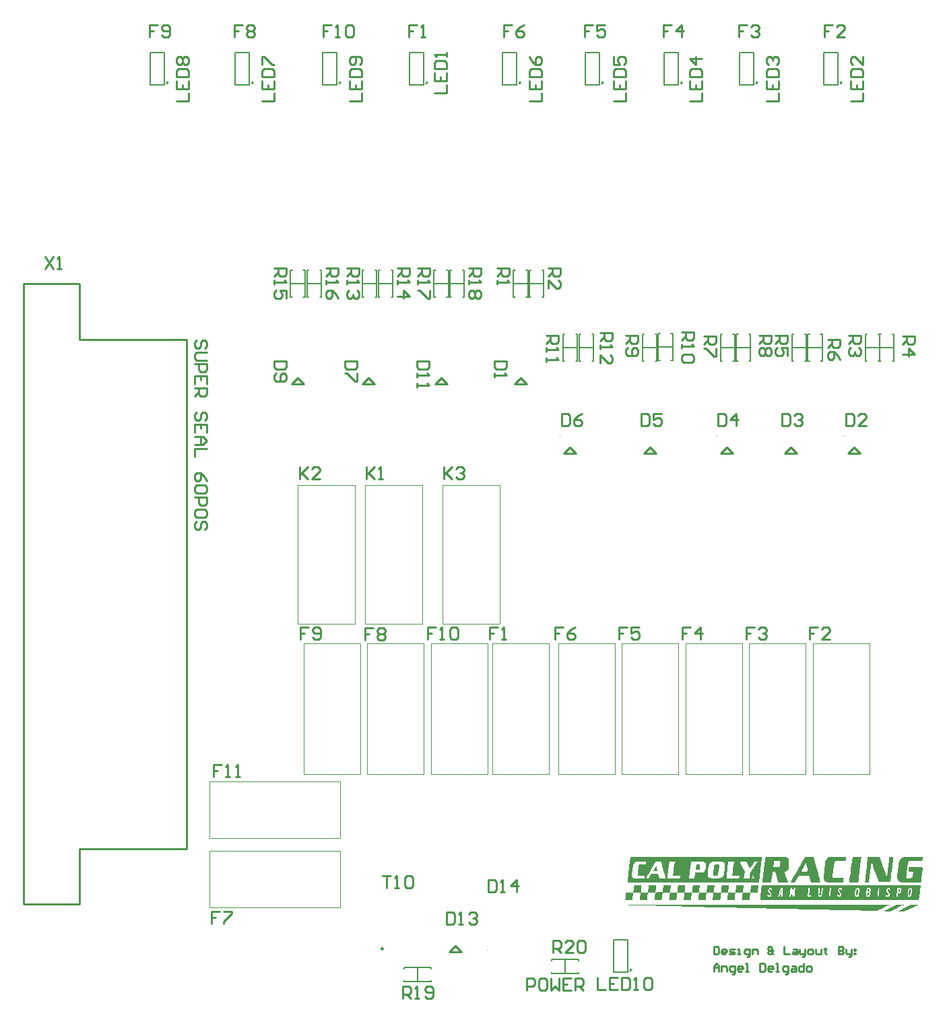
<source format=gbr>
%TF.GenerationSoftware,Altium Limited,Altium Designer,18.1.7 (191)*%
G04 Layer_Color=65535*
%FSLAX26Y26*%
%MOIN*%
%TF.FileFunction,Legend,Top*%
%TF.Part,Single*%
G01*
G75*
%TA.AperFunction,NonConductor*%
%ADD30C,0.009842*%
%ADD31C,0.003937*%
%ADD32C,0.007874*%
%ADD33C,0.010000*%
%ADD43C,0.005906*%
G36*
X3030076Y233834D02*
Y233779D01*
X3030021Y233668D01*
X3029910Y233446D01*
X3029854Y233168D01*
X3029688Y232835D01*
X3029521Y232392D01*
X3029188Y231504D01*
X3028800Y230505D01*
X3028356Y229506D01*
X3027912Y228562D01*
X3027523Y227785D01*
X3027579D01*
X3027745D01*
X3027967Y227840D01*
X3028300D01*
X3028689Y227896D01*
X3029133Y227952D01*
X3030131Y228007D01*
X3031186Y228118D01*
X3032296Y228229D01*
X3033240Y228285D01*
X3033684D01*
X3034072D01*
Y224511D01*
X3034017D01*
X3033961D01*
X3033794D01*
X3033628D01*
X3033017Y224566D01*
X3032296Y224621D01*
X3031352Y224732D01*
X3030187Y224788D01*
X3028910Y224954D01*
X3027523Y225121D01*
Y225065D01*
X3027579Y225010D01*
X3027634Y224844D01*
X3027745Y224621D01*
X3028023Y224066D01*
X3028356Y223345D01*
X3028744Y222457D01*
X3029188Y221403D01*
X3029632Y220237D01*
X3030076Y218960D01*
X3026358Y217739D01*
Y217795D01*
X3026302Y217906D01*
X3026247Y218072D01*
X3026191Y218294D01*
X3026080Y218627D01*
X3025969Y218960D01*
X3025747Y219793D01*
X3025525Y220792D01*
X3025247Y221902D01*
X3025026Y223067D01*
X3024859Y224288D01*
X3024803Y224233D01*
X3024581Y224011D01*
X3024249Y223623D01*
X3023749Y223123D01*
X3023028Y222457D01*
X3022195Y221736D01*
X3021140Y220792D01*
X3019919Y219793D01*
X3017755Y222901D01*
X3017866Y222957D01*
X3018144Y223179D01*
X3018588Y223512D01*
X3019198Y223956D01*
X3020030Y224455D01*
X3020974Y225065D01*
X3022084Y225787D01*
X3023305Y226508D01*
X3023249D01*
X3023139Y226564D01*
X3022972Y226675D01*
X3022695Y226841D01*
X3022028Y227174D01*
X3021251Y227619D01*
X3020363Y228173D01*
X3019420Y228728D01*
X3018532Y229339D01*
X3017755Y229894D01*
X3019919Y232946D01*
X3019975Y232891D01*
X3020086Y232835D01*
X3020253Y232669D01*
X3020530Y232447D01*
X3021196Y231947D01*
X3021973Y231281D01*
X3022805Y230560D01*
X3023582Y229839D01*
X3024304Y229173D01*
X3024637Y228895D01*
X3024859Y228618D01*
Y228673D01*
X3024914Y228784D01*
Y228951D01*
X3024970Y229173D01*
X3025026Y229506D01*
X3025137Y229839D01*
X3025303Y230671D01*
X3025525Y231670D01*
X3025747Y232725D01*
X3026358Y235000D01*
X3030076Y233834D01*
D02*
G37*
G36*
X4322874Y786294D02*
X4323968Y785200D01*
Y784106D01*
Y781919D01*
X4322874Y776451D01*
Y775358D01*
Y770983D01*
X4321781Y763328D01*
X4320687Y753486D01*
Y752392D01*
Y751298D01*
X4319593Y743643D01*
X4318500Y733801D01*
X4316313Y722865D01*
X4308657Y661623D01*
X4251790D01*
X4234293Y713023D01*
Y714116D01*
X4233199Y715210D01*
X4231012Y720678D01*
X4227731Y729427D01*
X4224450Y738175D01*
Y739269D01*
X4223357Y740362D01*
X4222263Y744737D01*
X4220076Y751298D01*
X4217889Y756766D01*
Y757860D01*
X4216795Y761141D01*
X4215701Y763328D01*
Y761141D01*
X4214608Y756766D01*
Y751298D01*
X4213514Y741456D01*
X4212421Y729427D01*
X4211327Y721771D01*
X4210233Y713023D01*
Y710835D01*
X4209140Y705367D01*
X4208046Y697712D01*
X4206953Y687870D01*
X4205859Y679121D01*
X4204765Y670372D01*
X4203672Y664904D01*
X4202578Y662717D01*
Y661623D01*
Y659436D01*
X4183987D01*
Y661623D01*
Y662717D01*
Y664904D01*
X4185081Y669279D01*
Y676934D01*
X4187268Y687870D01*
Y694431D01*
X4188361Y703180D01*
X4189455Y711929D01*
X4190549Y722865D01*
Y723958D01*
Y725052D01*
X4191642Y728333D01*
Y732707D01*
X4192736Y742550D01*
X4194923Y754579D01*
X4196017Y765515D01*
X4197110Y775358D01*
Y779732D01*
X4198204Y783013D01*
Y784106D01*
Y785200D01*
X4199297Y787387D01*
X4257258D01*
X4260539Y777545D01*
Y776451D01*
X4261633Y773170D01*
X4262726Y768796D01*
Y767702D01*
X4264913Y764422D01*
X4266007Y757860D01*
X4269288Y750205D01*
X4270381Y748018D01*
X4271475Y742550D01*
X4274756Y735988D01*
X4276943Y728333D01*
X4278037Y726146D01*
X4279130Y720678D01*
X4282411Y714116D01*
X4284598Y706461D01*
X4285692Y705367D01*
X4286785Y700993D01*
X4287879Y695525D01*
X4288973Y690057D01*
Y688963D01*
X4290066Y687870D01*
X4291160Y685683D01*
X4292253Y684589D01*
Y685683D01*
X4293347Y686776D01*
Y691150D01*
X4294441Y696619D01*
X4295534Y705367D01*
X4296628Y718490D01*
X4297721Y726146D01*
X4298815Y734894D01*
Y735988D01*
Y737082D01*
X4299909Y742550D01*
X4301002Y751298D01*
X4302096Y760047D01*
Y769890D01*
X4303189Y777545D01*
X4304283Y784106D01*
Y785200D01*
Y786294D01*
X4305377Y787387D01*
X4319593D01*
X4322874Y786294D01*
D02*
G37*
G36*
X4470510Y785200D02*
Y784107D01*
X4469417Y780826D01*
X4468323Y775358D01*
X4467229Y766609D01*
X4401613Y766609D01*
X4400520Y764422D01*
X4398333Y763328D01*
X4396145Y760047D01*
Y758954D01*
Y757860D01*
Y754579D01*
X4395052Y750205D01*
X4393958Y743643D01*
X4392865Y734894D01*
X4391771Y722865D01*
Y721771D01*
X4390677Y717397D01*
Y711929D01*
X4389584Y705367D01*
X4388490Y698806D01*
Y693338D01*
X4387397Y688963D01*
Y686776D01*
Y685683D01*
X4388490Y684589D01*
X4390677Y682402D01*
X4391771Y680215D01*
X4407081D01*
X4411456Y681308D01*
X4413643Y682402D01*
X4414737D01*
X4415830Y683495D01*
X4418017Y686776D01*
X4419111Y687870D01*
X4420205Y692244D01*
X4421298Y696619D01*
Y700993D01*
X4422392Y707554D01*
Y714116D01*
X4399426D01*
Y716303D01*
Y717397D01*
Y720678D01*
X4400520Y726146D01*
X4401613Y734894D01*
X4465042Y734895D01*
X4469417Y733801D01*
X4470510D01*
Y731614D01*
X4469417Y729427D01*
Y725052D01*
X4468323Y718491D01*
X4467229Y709742D01*
X4465042Y697712D01*
Y696619D01*
X4463949Y692244D01*
Y686776D01*
X4462855Y679121D01*
X4461761Y672559D01*
Y667091D01*
X4460668Y662717D01*
Y660530D01*
X4454106D01*
X4448638Y659436D01*
X4386303Y659436D01*
X4377554Y660530D01*
X4362244D01*
X4358963Y661623D01*
X4356776Y662717D01*
X4352401Y664904D01*
X4348027Y670372D01*
X4345840Y673653D01*
X4344746Y679121D01*
Y680215D01*
Y682402D01*
Y686776D01*
Y692244D01*
Y699899D01*
X4345840Y709742D01*
X4346933Y722865D01*
Y723958D01*
X4348027Y728333D01*
X4349121Y733801D01*
X4350214Y740362D01*
Y746924D01*
X4351308Y753486D01*
X4352401Y757860D01*
Y760047D01*
Y761141D01*
X4353495Y762235D01*
X4355682Y768796D01*
X4360057Y775358D01*
X4366618Y781919D01*
X4367712Y783013D01*
X4369899Y784106D01*
X4372086Y785200D01*
X4376461D01*
X4378648Y786294D01*
X4387397D01*
X4396145Y787387D01*
X4470510Y787387D01*
Y785200D01*
D02*
G37*
G36*
X4165396Y785200D02*
Y784106D01*
Y781919D01*
X4164302Y777545D01*
X4163209Y769890D01*
Y765515D01*
X4162115Y758954D01*
X4161021Y751298D01*
X4159928Y743643D01*
X4158834Y733801D01*
X4157741Y722865D01*
Y721771D01*
Y720678D01*
X4156647Y713023D01*
X4155553Y703180D01*
X4154460Y692244D01*
X4153366Y681308D01*
X4152273Y670372D01*
X4151179Y663811D01*
Y661623D01*
Y660530D01*
X4148992D01*
X4145711Y659436D01*
X4105248D01*
Y661623D01*
Y662717D01*
X4106341Y665998D01*
Y670372D01*
X4107435Y678027D01*
X4109622Y688963D01*
X4110716Y696619D01*
X4111809Y704274D01*
X4112903Y714116D01*
X4113997Y725052D01*
X4121652Y787387D01*
X4165396D01*
Y785200D01*
D02*
G37*
G36*
X4088844D02*
Y784106D01*
Y779732D01*
Y774264D01*
X4087750Y766609D01*
X4045100D01*
X4040725Y765515D01*
X4037445D01*
X4036351Y764422D01*
X4035257Y763328D01*
X4034164Y762235D01*
X4033070Y760047D01*
Y757860D01*
X4031977Y755673D01*
X4030883Y751298D01*
Y744737D01*
X4028696Y734894D01*
X4027602Y722865D01*
X4022134Y686776D01*
X4024321Y684589D01*
Y683495D01*
X4025415Y682402D01*
X4079001D01*
Y680215D01*
Y679121D01*
X4077908Y675840D01*
X4076814Y670372D01*
X4075721Y659436D01*
X4015573D01*
X4007917Y660530D01*
X4000262D01*
X3993701Y661623D01*
X3990420Y662717D01*
X3989326Y663811D01*
X3986045Y665998D01*
X3984952Y667091D01*
X3982765Y670372D01*
X3980577Y675840D01*
X3978390Y683495D01*
Y684589D01*
Y686776D01*
X3979484Y690057D01*
Y694431D01*
X3980577Y700993D01*
X3981671Y710835D01*
X3982765Y721771D01*
Y723958D01*
X3983858Y728333D01*
Y733801D01*
X3984952Y741456D01*
X3986045Y749111D01*
X3987139Y755673D01*
X3988233Y761141D01*
Y764422D01*
Y765515D01*
X3989326Y767702D01*
X3993701Y774264D01*
X4000262Y781919D01*
X4005730Y785200D01*
X4011198Y787387D01*
X4088844D01*
Y785200D01*
D02*
G37*
G36*
X3944489Y732707D02*
X3945582Y730520D01*
X3946676Y725052D01*
X3949957Y715210D01*
X3952144Y704274D01*
Y703180D01*
X3953237Y702087D01*
X3954331Y695525D01*
X3956518Y687870D01*
X3958705Y680215D01*
Y679121D01*
X3959799Y675840D01*
X3960893Y672559D01*
Y670372D01*
X3963080Y659436D01*
X3916055D01*
X3911681Y675840D01*
Y676934D01*
X3910587Y678027D01*
X3909493Y684589D01*
X3908400Y690057D01*
X3907306Y691150D01*
Y692244D01*
Y693338D01*
X3855907D01*
X3847158Y675840D01*
X3836222Y659436D01*
X3815444D01*
X3816537Y661623D01*
X3818725Y667091D01*
X3820912Y671466D01*
X3824193Y675840D01*
X3827473Y683495D01*
X3832941Y691150D01*
X3838409Y700993D01*
X3844971Y713022D01*
X3852626Y727239D01*
X3862469Y743643D01*
X3873405Y762235D01*
X3885434Y784106D01*
X3886528Y787387D01*
X3931365D01*
X3944489Y732707D01*
D02*
G37*
G36*
X3742173Y785200D02*
X3796853D01*
X3797946Y784106D01*
X3801227Y783013D01*
X3804508Y779732D01*
X3806695Y776451D01*
Y775358D01*
X3807789Y773170D01*
Y770983D01*
Y766609D01*
Y762234D01*
Y755673D01*
X3806695Y746924D01*
Y745830D01*
Y743643D01*
X3805601Y735988D01*
Y728333D01*
X3804508Y725052D01*
Y722865D01*
X3803414Y721771D01*
X3801227Y719584D01*
X3795759Y716303D01*
X3789197Y714116D01*
X3785917D01*
Y713022D01*
X3787010Y710835D01*
X3788104Y707554D01*
X3789197Y702086D01*
X3791385Y695525D01*
X3794665Y686776D01*
Y685682D01*
X3795759Y682402D01*
X3797946Y678027D01*
X3800133Y673653D01*
X3801227Y668185D01*
X3803414Y663810D01*
X3804508Y660530D01*
Y659436D01*
X3755296D01*
X3754202Y662717D01*
Y663810D01*
X3753109Y665998D01*
Y667091D01*
X3752015Y669278D01*
X3750921Y672559D01*
X3749828Y676934D01*
Y678027D01*
X3748734Y681308D01*
X3747641Y685682D01*
Y688963D01*
X3741079Y714116D01*
X3727956D01*
X3726862Y713022D01*
Y711929D01*
Y709742D01*
Y706461D01*
X3725769Y702086D01*
Y695525D01*
X3724675Y686776D01*
Y685682D01*
X3723581Y682402D01*
X3722488Y678027D01*
X3721394Y673653D01*
Y672559D01*
Y670372D01*
X3720301Y662717D01*
Y661623D01*
Y660530D01*
Y659436D01*
X3675463D01*
Y661623D01*
Y662717D01*
Y664904D01*
X3676557Y669278D01*
X3677650Y676934D01*
X3678744Y687870D01*
X3679837Y694431D01*
X3680931Y703180D01*
X3682025Y711929D01*
X3683118Y722865D01*
Y723958D01*
Y725052D01*
X3684212Y732707D01*
X3685305Y742550D01*
X3687493Y753486D01*
X3688586Y765515D01*
X3689680Y775358D01*
X3690773Y781919D01*
X3691867Y784106D01*
Y785200D01*
Y787387D01*
X3742173Y785200D01*
D02*
G37*
G36*
X3674369D02*
Y784106D01*
Y781919D01*
X3673276Y776451D01*
X3672182Y768796D01*
X3671089Y757860D01*
X3669995Y751298D01*
X3668901Y742550D01*
X3667808Y732707D01*
X3666714Y721771D01*
X3659059Y659436D01*
X3008367Y659436D01*
Y661623D01*
Y662717D01*
Y665997D01*
X3009461Y670372D01*
X3010554Y678027D01*
X3011648Y688963D01*
X3012741Y695525D01*
X3013835Y703180D01*
X3014929Y713022D01*
X3016022Y722865D01*
Y723958D01*
Y725052D01*
X3017116Y728333D01*
Y732707D01*
X3018209Y742549D01*
X3020397Y754579D01*
X3021490Y765515D01*
X3022584Y775357D01*
Y779732D01*
X3023677Y783013D01*
Y784106D01*
Y785200D01*
Y787387D01*
X3675463Y787387D01*
X3674369Y785200D01*
D02*
G37*
G36*
X3584694Y644126D02*
X3583601Y641938D01*
Y638658D01*
X3582507Y634283D01*
X3581413Y628815D01*
Y627722D01*
Y626628D01*
X3580320Y620066D01*
X3579226Y613505D01*
Y611318D01*
Y610224D01*
X3544231D01*
X3540950Y591633D01*
Y590539D01*
Y589446D01*
Y582884D01*
X3539857Y576322D01*
Y574135D01*
Y573042D01*
X3502674D01*
Y574135D01*
Y576322D01*
X3503768Y578510D01*
Y581790D01*
Y586165D01*
X3504861Y591633D01*
Y592726D01*
Y593820D01*
X3505955Y600382D01*
X3507049Y606943D01*
Y609130D01*
Y610224D01*
X3472053D01*
X3468773Y591633D01*
Y590539D01*
Y589446D01*
Y582884D01*
X3467679Y577416D01*
Y575229D01*
Y574135D01*
Y573042D01*
X3430497D01*
Y574135D01*
Y576322D01*
Y578510D01*
X3431590Y581790D01*
Y586165D01*
X3432684Y591633D01*
X3433777Y599288D01*
X3434871Y608037D01*
Y610224D01*
X3399876D01*
Y609130D01*
Y606943D01*
X3398782Y601475D01*
X3397689Y597101D01*
X3396595Y591633D01*
Y590539D01*
Y589446D01*
Y583978D01*
X3395501Y578510D01*
Y574135D01*
Y573042D01*
X3358319D01*
Y576322D01*
X3359413Y578510D01*
Y581790D01*
Y586165D01*
X3360506Y591633D01*
Y592726D01*
Y594914D01*
X3361600Y601475D01*
X3362693Y606943D01*
Y609130D01*
Y610224D01*
X3327698D01*
Y609130D01*
Y606943D01*
X3326605Y604756D01*
Y601475D01*
X3325511Y596007D01*
X3324417Y590539D01*
X3323324Y573042D01*
X3286141D01*
Y575229D01*
X3287235Y577416D01*
Y580697D01*
Y585071D01*
X3288329Y590539D01*
Y591633D01*
Y593820D01*
X3289422Y599288D01*
X3290516Y605850D01*
Y608037D01*
Y609130D01*
X3288329Y610224D01*
X3254427Y610224D01*
Y608037D01*
Y605850D01*
Y603662D01*
X3253333Y600381D01*
Y596007D01*
X3252240Y590539D01*
X3250053Y573042D01*
X3213964D01*
Y574135D01*
Y575229D01*
X3215057Y578510D01*
Y582884D01*
X3216151Y588352D01*
X3217245Y600381D01*
X3218338Y605850D01*
Y610224D01*
X3254427D01*
Y611317D01*
Y613505D01*
X3255521Y615692D01*
Y618973D01*
Y623347D01*
X3256614Y628815D01*
X3259895Y646313D01*
X3294890Y646313D01*
Y645219D01*
Y644126D01*
X3293797Y640845D01*
Y635377D01*
X3292703Y629909D01*
X3291609Y623347D01*
Y617879D01*
X3290516Y613505D01*
Y611318D01*
X3292703D01*
X3294890Y610224D01*
X3327698D01*
Y611318D01*
Y612411D01*
X3328792Y615692D01*
Y620066D01*
X3329885Y625534D01*
X3330979Y637564D01*
X3332073Y641938D01*
Y646313D01*
X3367068D01*
Y645219D01*
Y644126D01*
X3365974Y640845D01*
Y637564D01*
X3364881Y632096D01*
X3363787Y621160D01*
X3362693Y615692D01*
Y611318D01*
X3364881D01*
X3367068Y610224D01*
X3399876D01*
Y613505D01*
X3400969Y615692D01*
Y618973D01*
Y623347D01*
X3402063Y628815D01*
Y629909D01*
Y632096D01*
X3403157Y637564D01*
X3404250Y644126D01*
Y645219D01*
Y646313D01*
X3439245D01*
Y645219D01*
Y643032D01*
Y640845D01*
Y638658D01*
X3438152Y634283D01*
Y628815D01*
Y627722D01*
Y626628D01*
X3437058Y620066D01*
X3435965Y614598D01*
Y612411D01*
X3434871Y611318D01*
Y610224D01*
X3472053D01*
X3473147Y627722D01*
Y628815D01*
Y631002D01*
X3474241Y636470D01*
X3475334Y643032D01*
X3476428Y644126D01*
Y645219D01*
Y646313D01*
X3511423D01*
Y644126D01*
Y641938D01*
Y638658D01*
X3510329Y633190D01*
X3509236Y627722D01*
X3508142Y620066D01*
X3507049Y611318D01*
Y610224D01*
X3543137D01*
X3544231Y611318D01*
Y612411D01*
Y614598D01*
Y620066D01*
X3545325Y628815D01*
Y629909D01*
Y631002D01*
X3546418Y637564D01*
X3547512Y643032D01*
Y645219D01*
Y646313D01*
X3584694D01*
Y644126D01*
D02*
G37*
G36*
X3221619Y645219D02*
X3222713D01*
Y643032D01*
Y640845D01*
X3221619Y637564D01*
Y633189D01*
X3220525Y627721D01*
Y626628D01*
Y625534D01*
X3219432Y618973D01*
X3218338Y613505D01*
Y611317D01*
Y610224D01*
X3185530D01*
X3183343Y609130D01*
X3182249D01*
Y606943D01*
Y603662D01*
X3181156Y600381D01*
Y596007D01*
X3180062Y590539D01*
Y589446D01*
Y588352D01*
X3178969Y581790D01*
X3177875Y576322D01*
Y574135D01*
Y573042D01*
X3141786D01*
Y576322D01*
X3142880Y578510D01*
Y581790D01*
Y586165D01*
X3143973Y591633D01*
Y592726D01*
Y594913D01*
X3145067Y601475D01*
X3146161Y606943D01*
Y609130D01*
Y610224D01*
X3110072D01*
Y608037D01*
X3108978Y605850D01*
Y602569D01*
X3107885Y598194D01*
X3106791Y591633D01*
X3105697Y573042D01*
X3068515D01*
Y575229D01*
X3069609Y577416D01*
Y580697D01*
Y585071D01*
X3070702Y590539D01*
Y591633D01*
Y593820D01*
X3071796Y599288D01*
X3072889Y605850D01*
Y608037D01*
Y609130D01*
X3070702Y610224D01*
X3037894D01*
Y611317D01*
Y613505D01*
Y615692D01*
Y618973D01*
X3038988Y623347D01*
Y628815D01*
X3042269Y646313D01*
X3079451D01*
X3077264Y645219D01*
Y644125D01*
Y640845D01*
X3076170Y636470D01*
Y632096D01*
X3075077Y620066D01*
Y615692D01*
Y611317D01*
X3077264D01*
X3079451Y610224D01*
X3110072D01*
Y613505D01*
X3111165Y615692D01*
Y618973D01*
Y623347D01*
X3112259Y628815D01*
Y629909D01*
Y632096D01*
X3113353Y637564D01*
X3114446Y644125D01*
Y645219D01*
Y646313D01*
X3151629D01*
X3150535Y645219D01*
Y643032D01*
Y640845D01*
X3149441Y637564D01*
Y633189D01*
X3148348Y627721D01*
X3147254Y610224D01*
X3164752Y611317D01*
X3182249D01*
X3184437Y628815D01*
Y629909D01*
Y632096D01*
X3185530Y637564D01*
X3186624Y644125D01*
Y645219D01*
Y646313D01*
X3219432D01*
X3221619Y645219D01*
D02*
G37*
G36*
X4422392Y645219D02*
X4458481Y645219D01*
Y644126D01*
Y641939D01*
Y636471D01*
X4457387Y629909D01*
X4456293Y620067D01*
X4455200Y608037D01*
X4453013Y592727D01*
X4449732Y574135D01*
Y573042D01*
X3665621Y573042D01*
Y574135D01*
Y575229D01*
Y577416D01*
Y581790D01*
X3666714Y588352D01*
X3667808Y598194D01*
X3668901Y610224D01*
X3671089Y626628D01*
X3674369Y645219D01*
Y646313D01*
X4410362Y646313D01*
X4422392Y645219D01*
D02*
G37*
G36*
X3656872Y645219D02*
Y643032D01*
Y641938D01*
X3655778Y636470D01*
Y635377D01*
Y634283D01*
X3654685Y627722D01*
X3652497Y610224D01*
X3616409D01*
Y608037D01*
Y605850D01*
X3615315Y602569D01*
Y598194D01*
X3614221Y591633D01*
Y590539D01*
Y589446D01*
X3613128Y582884D01*
X3612034Y576322D01*
Y574135D01*
Y573042D01*
X3574852D01*
Y574135D01*
Y576322D01*
X3575945Y578510D01*
Y581790D01*
Y586165D01*
X3577039Y591633D01*
Y592726D01*
Y593820D01*
X3578133Y600382D01*
X3579226Y606943D01*
Y609130D01*
Y610224D01*
X3615315D01*
X3616409Y611318D01*
Y613505D01*
X3617502Y615692D01*
Y618973D01*
Y623347D01*
X3618596Y628815D01*
X3620783Y646313D01*
X3656872D01*
Y645219D01*
D02*
G37*
G36*
X3037894Y608037D02*
X3036801Y603662D01*
X3035707Y597101D01*
X3034613Y590539D01*
X3033520Y573042D01*
X2996337D01*
Y575229D01*
X2997431Y577416D01*
Y578510D01*
X2998525Y579603D01*
Y585071D01*
Y586165D01*
X2999618Y588352D01*
Y593820D01*
X3000712Y610224D01*
X3037894D01*
Y608037D01*
D02*
G37*
G36*
X4244135Y547889D02*
X4304283D01*
X4303189Y546795D01*
X4301002Y545702D01*
X4296628Y544608D01*
X4291160Y541327D01*
X4283505Y538047D01*
X4273662Y532578D01*
X4243041Y518362D01*
X3618596Y532578D01*
X3603285D01*
X3591256Y533672D01*
X3560635D01*
X3542044Y534766D01*
X3521265D01*
X3498300Y535859D01*
X3474241D01*
X3447994Y536953D01*
X3420654D01*
X3364881Y539140D01*
X3306920Y540234D01*
X3247865Y541327D01*
X3192092Y543514D01*
X3164752D01*
X3138505Y544608D01*
X3114446D01*
X3091481Y545702D01*
X3070702D01*
X3052111Y546795D01*
X3021490D01*
X3009461Y547889D01*
X3061953D01*
X3076170Y548982D01*
X4224450Y548982D01*
X4244135Y547889D01*
D02*
G37*
G36*
X4374273D02*
X4375367D01*
X4373180Y546795D01*
X4370993Y545702D01*
X4367712Y544608D01*
X4361150Y541327D01*
X4353495Y538047D01*
X4342559Y532578D01*
X4310845Y516174D01*
X4291160D01*
X4285692Y517268D01*
X4279130Y518362D01*
X4276943D01*
X4278037Y519455D01*
X4280224Y520549D01*
X4285692Y522736D01*
X4286785Y523830D01*
X4292253Y526017D01*
X4298815Y529298D01*
X4307564Y532578D01*
X4340372Y548982D01*
X4373180D01*
X4374273Y547889D01*
D02*
G37*
G36*
X4445357Y547889D02*
X4446451D01*
X4444264Y546795D01*
X4442077Y545702D01*
X4437702Y543515D01*
X4432234Y541327D01*
X4423485Y536953D01*
X4412549Y531485D01*
X4376461Y515081D01*
X4361150D01*
X4355682Y516174D01*
X4344746D01*
X4346933Y517268D01*
X4349121Y518362D01*
X4352401Y520549D01*
X4357869Y522736D01*
X4365525Y527111D01*
X4376461Y532578D01*
X4411456Y548982D01*
X4444264Y548983D01*
X4445357Y547889D01*
D02*
G37*
G36*
X4070824Y4623874D02*
Y4623818D01*
X4070769Y4623707D01*
X4070658Y4623485D01*
X4070602Y4623208D01*
X4070436Y4622875D01*
X4070269Y4622431D01*
X4069936Y4621543D01*
X4069548Y4620544D01*
X4069104Y4619545D01*
X4068660Y4618601D01*
X4068271Y4617824D01*
X4068327D01*
X4068493D01*
X4068715Y4617880D01*
X4069048D01*
X4069437Y4617935D01*
X4069881Y4617991D01*
X4070880Y4618046D01*
X4071934Y4618157D01*
X4073044Y4618268D01*
X4073988Y4618324D01*
X4074432D01*
X4074820D01*
Y4614550D01*
X4074765D01*
X4074709D01*
X4074543D01*
X4074376D01*
X4073766Y4614605D01*
X4073044Y4614661D01*
X4072101Y4614772D01*
X4070935Y4614827D01*
X4069659Y4614994D01*
X4068271Y4615160D01*
Y4615105D01*
X4068327Y4615049D01*
X4068382Y4614883D01*
X4068493Y4614661D01*
X4068771Y4614106D01*
X4069104Y4613384D01*
X4069492Y4612496D01*
X4069936Y4611442D01*
X4070380Y4610276D01*
X4070824Y4609000D01*
X4067106Y4607779D01*
Y4607834D01*
X4067050Y4607945D01*
X4066995Y4608112D01*
X4066939Y4608334D01*
X4066828Y4608667D01*
X4066717Y4609000D01*
X4066495Y4609832D01*
X4066273Y4610831D01*
X4065996Y4611941D01*
X4065774Y4613107D01*
X4065607Y4614328D01*
X4065552Y4614272D01*
X4065330Y4614050D01*
X4064997Y4613662D01*
X4064497Y4613162D01*
X4063776Y4612496D01*
X4062943Y4611775D01*
X4061889Y4610831D01*
X4060668Y4609832D01*
X4058503Y4612940D01*
X4058614Y4612996D01*
X4058892Y4613218D01*
X4059336Y4613551D01*
X4059946Y4613995D01*
X4060779Y4614494D01*
X4061722Y4615105D01*
X4062832Y4615826D01*
X4064053Y4616548D01*
X4063998D01*
X4063887Y4616603D01*
X4063720Y4616714D01*
X4063443Y4616881D01*
X4062777Y4617214D01*
X4062000Y4617658D01*
X4061112Y4618213D01*
X4060168Y4618768D01*
X4059280Y4619378D01*
X4058503Y4619933D01*
X4060668Y4622986D01*
X4060723Y4622930D01*
X4060834Y4622875D01*
X4061001Y4622708D01*
X4061278Y4622486D01*
X4061944Y4621987D01*
X4062721Y4621321D01*
X4063554Y4620599D01*
X4064331Y4619878D01*
X4065052Y4619212D01*
X4065385Y4618934D01*
X4065607Y4618657D01*
Y4618712D01*
X4065663Y4618823D01*
Y4618990D01*
X4065718Y4619212D01*
X4065774Y4619545D01*
X4065885Y4619878D01*
X4066051Y4620710D01*
X4066273Y4621709D01*
X4066495Y4622764D01*
X4067106Y4625039D01*
X4070824Y4623874D01*
D02*
G37*
G36*
X3653749D02*
Y4623818D01*
X3653693Y4623707D01*
X3653582Y4623485D01*
X3653527Y4623208D01*
X3653360Y4622875D01*
X3653194Y4622431D01*
X3652861Y4621543D01*
X3652472Y4620544D01*
X3652028Y4619545D01*
X3651584Y4618601D01*
X3651196Y4617824D01*
X3651251D01*
X3651418D01*
X3651640Y4617880D01*
X3651973D01*
X3652361Y4617935D01*
X3652805Y4617991D01*
X3653804Y4618046D01*
X3654859Y4618157D01*
X3655969Y4618268D01*
X3656912Y4618324D01*
X3657356D01*
X3657745D01*
Y4614550D01*
X3657689D01*
X3657634D01*
X3657467D01*
X3657301D01*
X3656690Y4614605D01*
X3655969Y4614661D01*
X3655025Y4614772D01*
X3653860Y4614827D01*
X3652583Y4614994D01*
X3651196Y4615160D01*
Y4615105D01*
X3651251Y4615049D01*
X3651307Y4614883D01*
X3651418Y4614661D01*
X3651695Y4614106D01*
X3652028Y4613384D01*
X3652417Y4612496D01*
X3652861Y4611442D01*
X3653305Y4610276D01*
X3653749Y4609000D01*
X3650030Y4607779D01*
Y4607834D01*
X3649975Y4607945D01*
X3649919Y4608112D01*
X3649864Y4608334D01*
X3649753Y4608667D01*
X3649642Y4609000D01*
X3649420Y4609832D01*
X3649198Y4610831D01*
X3648920Y4611941D01*
X3648698Y4613107D01*
X3648532Y4614328D01*
X3648476Y4614272D01*
X3648254Y4614050D01*
X3647921Y4613662D01*
X3647422Y4613162D01*
X3646700Y4612496D01*
X3645868Y4611775D01*
X3644813Y4610831D01*
X3643592Y4609832D01*
X3641428Y4612940D01*
X3641539Y4612996D01*
X3641816Y4613218D01*
X3642260Y4613551D01*
X3642871Y4613995D01*
X3643703Y4614494D01*
X3644647Y4615105D01*
X3645757Y4615826D01*
X3646978Y4616548D01*
X3646922D01*
X3646811Y4616603D01*
X3646645Y4616714D01*
X3646367Y4616881D01*
X3645701Y4617214D01*
X3644924Y4617658D01*
X3644036Y4618213D01*
X3643093Y4618768D01*
X3642205Y4619378D01*
X3641428Y4619933D01*
X3643592Y4622986D01*
X3643648Y4622930D01*
X3643759Y4622875D01*
X3643925Y4622708D01*
X3644203Y4622486D01*
X3644869Y4621987D01*
X3645646Y4621321D01*
X3646478Y4620599D01*
X3647255Y4619878D01*
X3647977Y4619212D01*
X3648310Y4618934D01*
X3648532Y4618657D01*
Y4618712D01*
X3648587Y4618823D01*
Y4618990D01*
X3648643Y4619212D01*
X3648698Y4619545D01*
X3648809Y4619878D01*
X3648976Y4620710D01*
X3649198Y4621709D01*
X3649420Y4622764D01*
X3650030Y4625039D01*
X3653749Y4623874D01*
D02*
G37*
G36*
X3280627D02*
Y4623818D01*
X3280572Y4623707D01*
X3280461Y4623485D01*
X3280405Y4623208D01*
X3280239Y4622875D01*
X3280072Y4622431D01*
X3279739Y4621543D01*
X3279351Y4620544D01*
X3278907Y4619545D01*
X3278463Y4618601D01*
X3278074Y4617824D01*
X3278130D01*
X3278296D01*
X3278518Y4617880D01*
X3278851D01*
X3279240Y4617935D01*
X3279684Y4617991D01*
X3280683Y4618046D01*
X3281737Y4618157D01*
X3282847Y4618268D01*
X3283791Y4618324D01*
X3284235D01*
X3284623D01*
Y4614550D01*
X3284568D01*
X3284512D01*
X3284346D01*
X3284179D01*
X3283569Y4614605D01*
X3282847Y4614661D01*
X3281904Y4614772D01*
X3280738Y4614827D01*
X3279462Y4614994D01*
X3278074Y4615160D01*
Y4615105D01*
X3278130Y4615049D01*
X3278185Y4614883D01*
X3278296Y4614661D01*
X3278574Y4614106D01*
X3278907Y4613384D01*
X3279295Y4612496D01*
X3279739Y4611442D01*
X3280183Y4610276D01*
X3280627Y4609000D01*
X3276909Y4607779D01*
Y4607834D01*
X3276853Y4607945D01*
X3276798Y4608112D01*
X3276742Y4608334D01*
X3276631Y4608667D01*
X3276520Y4609000D01*
X3276298Y4609832D01*
X3276076Y4610831D01*
X3275799Y4611941D01*
X3275577Y4613107D01*
X3275410Y4614328D01*
X3275355Y4614272D01*
X3275133Y4614050D01*
X3274800Y4613662D01*
X3274300Y4613162D01*
X3273579Y4612496D01*
X3272746Y4611775D01*
X3271692Y4610831D01*
X3270471Y4609832D01*
X3268306Y4612940D01*
X3268417Y4612996D01*
X3268695Y4613218D01*
X3269139Y4613551D01*
X3269749Y4613995D01*
X3270582Y4614494D01*
X3271525Y4615105D01*
X3272635Y4615826D01*
X3273856Y4616548D01*
X3273801D01*
X3273690Y4616603D01*
X3273523Y4616714D01*
X3273246Y4616881D01*
X3272580Y4617214D01*
X3271803Y4617658D01*
X3270915Y4618213D01*
X3269971Y4618768D01*
X3269083Y4619378D01*
X3268306Y4619933D01*
X3270471Y4622986D01*
X3270526Y4622930D01*
X3270637Y4622875D01*
X3270804Y4622708D01*
X3271081Y4622486D01*
X3271747Y4621987D01*
X3272524Y4621321D01*
X3273357Y4620599D01*
X3274134Y4619878D01*
X3274855Y4619212D01*
X3275188Y4618934D01*
X3275410Y4618657D01*
Y4618712D01*
X3275466Y4618823D01*
Y4618990D01*
X3275521Y4619212D01*
X3275577Y4619545D01*
X3275688Y4619878D01*
X3275854Y4620710D01*
X3276076Y4621709D01*
X3276298Y4622764D01*
X3276909Y4625039D01*
X3280627Y4623874D01*
D02*
G37*
G36*
X2889722D02*
Y4623818D01*
X2889666Y4623707D01*
X2889555Y4623485D01*
X2889500Y4623208D01*
X2889333Y4622875D01*
X2889167Y4622431D01*
X2888834Y4621543D01*
X2888445Y4620544D01*
X2888001Y4619545D01*
X2887557Y4618601D01*
X2887169Y4617824D01*
X2887224D01*
X2887391D01*
X2887613Y4617880D01*
X2887946D01*
X2888334Y4617935D01*
X2888778Y4617991D01*
X2889777Y4618046D01*
X2890832Y4618157D01*
X2891942Y4618268D01*
X2892885Y4618324D01*
X2893329D01*
X2893718D01*
Y4614550D01*
X2893662D01*
X2893607D01*
X2893440D01*
X2893274D01*
X2892663Y4614605D01*
X2891942Y4614661D01*
X2890998Y4614772D01*
X2889833Y4614827D01*
X2888556Y4614994D01*
X2887169Y4615160D01*
Y4615105D01*
X2887224Y4615049D01*
X2887280Y4614883D01*
X2887391Y4614661D01*
X2887668Y4614106D01*
X2888001Y4613384D01*
X2888390Y4612496D01*
X2888834Y4611442D01*
X2889278Y4610276D01*
X2889722Y4609000D01*
X2886003Y4607779D01*
Y4607834D01*
X2885948Y4607945D01*
X2885892Y4608112D01*
X2885837Y4608334D01*
X2885726Y4608667D01*
X2885615Y4609000D01*
X2885393Y4609832D01*
X2885171Y4610831D01*
X2884893Y4611941D01*
X2884671Y4613107D01*
X2884505Y4614328D01*
X2884449Y4614272D01*
X2884227Y4614050D01*
X2883894Y4613662D01*
X2883395Y4613162D01*
X2882673Y4612496D01*
X2881841Y4611775D01*
X2880786Y4610831D01*
X2879565Y4609832D01*
X2877401Y4612940D01*
X2877512Y4612996D01*
X2877789Y4613218D01*
X2878233Y4613551D01*
X2878844Y4613995D01*
X2879676Y4614494D01*
X2880620Y4615105D01*
X2881730Y4615826D01*
X2882951Y4616548D01*
X2882895D01*
X2882784Y4616603D01*
X2882618Y4616714D01*
X2882340Y4616881D01*
X2881674Y4617214D01*
X2880897Y4617658D01*
X2880009Y4618213D01*
X2879066Y4618768D01*
X2878178Y4619378D01*
X2877401Y4619933D01*
X2879565Y4622986D01*
X2879621Y4622930D01*
X2879732Y4622875D01*
X2879898Y4622708D01*
X2880176Y4622486D01*
X2880842Y4621987D01*
X2881619Y4621321D01*
X2882451Y4620599D01*
X2883228Y4619878D01*
X2883950Y4619212D01*
X2884283Y4618934D01*
X2884505Y4618657D01*
Y4618712D01*
X2884560Y4618823D01*
Y4618990D01*
X2884616Y4619212D01*
X2884671Y4619545D01*
X2884782Y4619878D01*
X2884949Y4620710D01*
X2885171Y4621709D01*
X2885393Y4622764D01*
X2886003Y4625039D01*
X2889722Y4623874D01*
D02*
G37*
G36*
X2480853D02*
Y4623818D01*
X2480798Y4623707D01*
X2480686Y4623485D01*
X2480631Y4623208D01*
X2480465Y4622875D01*
X2480298Y4622431D01*
X2479965Y4621543D01*
X2479577Y4620544D01*
X2479133Y4619545D01*
X2478689Y4618601D01*
X2478300Y4617824D01*
X2478356D01*
X2478522D01*
X2478744Y4617880D01*
X2479077D01*
X2479465Y4617935D01*
X2479910Y4617991D01*
X2480909Y4618046D01*
X2481963Y4618157D01*
X2483073Y4618268D01*
X2484017Y4618324D01*
X2484461D01*
X2484849D01*
Y4614550D01*
X2484794D01*
X2484738D01*
X2484572D01*
X2484405D01*
X2483794Y4614605D01*
X2483073Y4614661D01*
X2482130Y4614772D01*
X2480964Y4614827D01*
X2479688Y4614994D01*
X2478300Y4615160D01*
Y4615105D01*
X2478356Y4615049D01*
X2478411Y4614883D01*
X2478522Y4614661D01*
X2478800Y4614106D01*
X2479133Y4613384D01*
X2479521Y4612496D01*
X2479965Y4611442D01*
X2480409Y4610276D01*
X2480853Y4609000D01*
X2477135Y4607779D01*
Y4607834D01*
X2477079Y4607945D01*
X2477023Y4608112D01*
X2476968Y4608334D01*
X2476857Y4608667D01*
X2476746Y4609000D01*
X2476524Y4609832D01*
X2476302Y4610831D01*
X2476024Y4611941D01*
X2475802Y4613107D01*
X2475636Y4614328D01*
X2475581Y4614272D01*
X2475358Y4614050D01*
X2475026Y4613662D01*
X2474526Y4613162D01*
X2473805Y4612496D01*
X2472972Y4611775D01*
X2471918Y4610831D01*
X2470697Y4609832D01*
X2468532Y4612940D01*
X2468643Y4612996D01*
X2468921Y4613218D01*
X2469365Y4613551D01*
X2469975Y4613995D01*
X2470807Y4614494D01*
X2471751Y4615105D01*
X2472861Y4615826D01*
X2474082Y4616548D01*
X2474026D01*
X2473916Y4616603D01*
X2473749Y4616714D01*
X2473472Y4616881D01*
X2472805Y4617214D01*
X2472028Y4617658D01*
X2471140Y4618213D01*
X2470197Y4618768D01*
X2469309Y4619378D01*
X2468532Y4619933D01*
X2470697Y4622986D01*
X2470752Y4622930D01*
X2470863Y4622875D01*
X2471030Y4622708D01*
X2471307Y4622486D01*
X2471973Y4621987D01*
X2472750Y4621321D01*
X2473582Y4620599D01*
X2474360Y4619878D01*
X2475081Y4619212D01*
X2475414Y4618934D01*
X2475636Y4618657D01*
Y4618712D01*
X2475691Y4618823D01*
Y4618990D01*
X2475747Y4619212D01*
X2475802Y4619545D01*
X2475914Y4619878D01*
X2476080Y4620710D01*
X2476302Y4621709D01*
X2476524Y4622764D01*
X2477135Y4625039D01*
X2480853Y4623874D01*
D02*
G37*
G36*
X2020496D02*
Y4623818D01*
X2020440Y4623707D01*
X2020329Y4623485D01*
X2020274Y4623208D01*
X2020107Y4622875D01*
X2019941Y4622431D01*
X2019608Y4621543D01*
X2019219Y4620544D01*
X2018775Y4619545D01*
X2018331Y4618601D01*
X2017943Y4617824D01*
X2017998D01*
X2018165D01*
X2018387Y4617880D01*
X2018720D01*
X2019108Y4617935D01*
X2019552Y4617991D01*
X2020551Y4618046D01*
X2021606Y4618157D01*
X2022716Y4618268D01*
X2023659Y4618324D01*
X2024103D01*
X2024492D01*
Y4614550D01*
X2024436D01*
X2024381D01*
X2024214D01*
X2024048D01*
X2023437Y4614605D01*
X2022716Y4614661D01*
X2021772Y4614772D01*
X2020607Y4614827D01*
X2019330Y4614994D01*
X2017943Y4615160D01*
Y4615105D01*
X2017998Y4615049D01*
X2018054Y4614883D01*
X2018165Y4614661D01*
X2018442Y4614106D01*
X2018775Y4613384D01*
X2019164Y4612496D01*
X2019608Y4611442D01*
X2020052Y4610276D01*
X2020496Y4609000D01*
X2016777Y4607779D01*
Y4607834D01*
X2016722Y4607945D01*
X2016666Y4608112D01*
X2016611Y4608334D01*
X2016500Y4608667D01*
X2016389Y4609000D01*
X2016167Y4609832D01*
X2015945Y4610831D01*
X2015667Y4611941D01*
X2015445Y4613107D01*
X2015279Y4614328D01*
X2015223Y4614272D01*
X2015001Y4614050D01*
X2014668Y4613662D01*
X2014169Y4613162D01*
X2013447Y4612496D01*
X2012615Y4611775D01*
X2011560Y4610831D01*
X2010339Y4609832D01*
X2008175Y4612940D01*
X2008286Y4612996D01*
X2008563Y4613218D01*
X2009007Y4613551D01*
X2009618Y4613995D01*
X2010450Y4614494D01*
X2011394Y4615105D01*
X2012504Y4615826D01*
X2013725Y4616548D01*
X2013669D01*
X2013558Y4616603D01*
X2013392Y4616714D01*
X2013114Y4616881D01*
X2012448Y4617214D01*
X2011671Y4617658D01*
X2010783Y4618213D01*
X2009840Y4618768D01*
X2008952Y4619378D01*
X2008175Y4619933D01*
X2010339Y4622986D01*
X2010395Y4622930D01*
X2010506Y4622875D01*
X2010672Y4622708D01*
X2010950Y4622486D01*
X2011616Y4621987D01*
X2012393Y4621321D01*
X2013225Y4620599D01*
X2014002Y4619878D01*
X2014724Y4619212D01*
X2015057Y4618934D01*
X2015279Y4618657D01*
Y4618712D01*
X2015334Y4618823D01*
Y4618990D01*
X2015390Y4619212D01*
X2015445Y4619545D01*
X2015556Y4619878D01*
X2015723Y4620710D01*
X2015945Y4621709D01*
X2016167Y4622764D01*
X2016777Y4625039D01*
X2020496Y4623874D01*
D02*
G37*
G36*
X1590509D02*
Y4623818D01*
X1590454Y4623707D01*
X1590343Y4623485D01*
X1590287Y4623208D01*
X1590121Y4622875D01*
X1589954Y4622431D01*
X1589621Y4621543D01*
X1589233Y4620544D01*
X1588789Y4619545D01*
X1588345Y4618601D01*
X1587956Y4617824D01*
X1588012D01*
X1588178D01*
X1588400Y4617880D01*
X1588733D01*
X1589122Y4617935D01*
X1589566Y4617991D01*
X1590565Y4618046D01*
X1591619Y4618157D01*
X1592729Y4618268D01*
X1593673Y4618324D01*
X1594117D01*
X1594505D01*
Y4614550D01*
X1594450D01*
X1594394D01*
X1594228D01*
X1594061D01*
X1593451Y4614605D01*
X1592729Y4614661D01*
X1591786Y4614772D01*
X1590620Y4614827D01*
X1589344Y4614994D01*
X1587956Y4615160D01*
Y4615105D01*
X1588012Y4615049D01*
X1588067Y4614883D01*
X1588178Y4614661D01*
X1588456Y4614106D01*
X1588789Y4613384D01*
X1589177Y4612496D01*
X1589621Y4611442D01*
X1590065Y4610276D01*
X1590509Y4609000D01*
X1586791Y4607779D01*
Y4607834D01*
X1586735Y4607945D01*
X1586680Y4608112D01*
X1586624Y4608334D01*
X1586513Y4608667D01*
X1586402Y4609000D01*
X1586180Y4609832D01*
X1585958Y4610831D01*
X1585681Y4611941D01*
X1585459Y4613107D01*
X1585292Y4614328D01*
X1585237Y4614272D01*
X1585015Y4614050D01*
X1584682Y4613662D01*
X1584182Y4613162D01*
X1583461Y4612496D01*
X1582628Y4611775D01*
X1581574Y4610831D01*
X1580353Y4609832D01*
X1578188Y4612940D01*
X1578299Y4612996D01*
X1578577Y4613218D01*
X1579021Y4613551D01*
X1579631Y4613995D01*
X1580464Y4614494D01*
X1581407Y4615105D01*
X1582517Y4615826D01*
X1583738Y4616548D01*
X1583683D01*
X1583572Y4616603D01*
X1583405Y4616714D01*
X1583128Y4616881D01*
X1582462Y4617214D01*
X1581685Y4617658D01*
X1580797Y4618213D01*
X1579853Y4618768D01*
X1578965Y4619378D01*
X1578188Y4619933D01*
X1580353Y4622986D01*
X1580408Y4622930D01*
X1580519Y4622875D01*
X1580686Y4622708D01*
X1580963Y4622486D01*
X1581629Y4621987D01*
X1582406Y4621321D01*
X1583239Y4620599D01*
X1584016Y4619878D01*
X1584737Y4619212D01*
X1585070Y4618934D01*
X1585292Y4618657D01*
Y4618712D01*
X1585348Y4618823D01*
Y4618990D01*
X1585403Y4619212D01*
X1585459Y4619545D01*
X1585570Y4619878D01*
X1585736Y4620710D01*
X1585958Y4621709D01*
X1586180Y4622764D01*
X1586791Y4625039D01*
X1590509Y4623874D01*
D02*
G37*
G36*
X1157438D02*
Y4623818D01*
X1157383Y4623707D01*
X1157272Y4623485D01*
X1157216Y4623208D01*
X1157050Y4622875D01*
X1156883Y4622431D01*
X1156550Y4621543D01*
X1156162Y4620544D01*
X1155718Y4619545D01*
X1155274Y4618601D01*
X1154885Y4617824D01*
X1154941D01*
X1155107D01*
X1155329Y4617880D01*
X1155662D01*
X1156051Y4617935D01*
X1156495Y4617991D01*
X1157494Y4618046D01*
X1158548Y4618157D01*
X1159658Y4618268D01*
X1160602Y4618324D01*
X1161046D01*
X1161434D01*
Y4614550D01*
X1161379D01*
X1161323D01*
X1161157D01*
X1160990D01*
X1160380Y4614605D01*
X1159658Y4614661D01*
X1158715Y4614772D01*
X1157549Y4614827D01*
X1156273Y4614994D01*
X1154885Y4615160D01*
Y4615105D01*
X1154941Y4615049D01*
X1154996Y4614883D01*
X1155107Y4614661D01*
X1155385Y4614106D01*
X1155718Y4613384D01*
X1156106Y4612496D01*
X1156550Y4611442D01*
X1156994Y4610276D01*
X1157438Y4609000D01*
X1153720Y4607779D01*
Y4607834D01*
X1153664Y4607945D01*
X1153609Y4608112D01*
X1153553Y4608334D01*
X1153442Y4608667D01*
X1153331Y4609000D01*
X1153109Y4609832D01*
X1152887Y4610831D01*
X1152610Y4611941D01*
X1152388Y4613107D01*
X1152221Y4614328D01*
X1152166Y4614272D01*
X1151944Y4614050D01*
X1151611Y4613662D01*
X1151111Y4613162D01*
X1150390Y4612496D01*
X1149557Y4611775D01*
X1148503Y4610831D01*
X1147282Y4609832D01*
X1145117Y4612940D01*
X1145228Y4612996D01*
X1145506Y4613218D01*
X1145950Y4613551D01*
X1146560Y4613995D01*
X1147393Y4614494D01*
X1148336Y4615105D01*
X1149446Y4615826D01*
X1150667Y4616548D01*
X1150612D01*
X1150501Y4616603D01*
X1150334Y4616714D01*
X1150057Y4616881D01*
X1149391Y4617214D01*
X1148614Y4617658D01*
X1147726Y4618213D01*
X1146782Y4618768D01*
X1145894Y4619378D01*
X1145117Y4619933D01*
X1147282Y4622986D01*
X1147337Y4622930D01*
X1147448Y4622875D01*
X1147615Y4622708D01*
X1147892Y4622486D01*
X1148558Y4621987D01*
X1149335Y4621321D01*
X1150168Y4620599D01*
X1150945Y4619878D01*
X1151666Y4619212D01*
X1151999Y4618934D01*
X1152221Y4618657D01*
Y4618712D01*
X1152277Y4618823D01*
Y4618990D01*
X1152332Y4619212D01*
X1152388Y4619545D01*
X1152499Y4619878D01*
X1152665Y4620710D01*
X1152887Y4621709D01*
X1153109Y4622764D01*
X1153720Y4625039D01*
X1157438Y4623874D01*
D02*
G37*
G36*
X736148D02*
Y4623818D01*
X736093Y4623707D01*
X735982Y4623485D01*
X735926Y4623208D01*
X735760Y4622875D01*
X735593Y4622431D01*
X735260Y4621543D01*
X734872Y4620544D01*
X734428Y4619545D01*
X733984Y4618601D01*
X733595Y4617824D01*
X733651D01*
X733817D01*
X734039Y4617880D01*
X734372D01*
X734761Y4617935D01*
X735205Y4617991D01*
X736204Y4618046D01*
X737258Y4618157D01*
X738368Y4618268D01*
X739312Y4618324D01*
X739756D01*
X740144D01*
Y4614550D01*
X740089D01*
X740033D01*
X739867D01*
X739700D01*
X739090Y4614605D01*
X738368Y4614661D01*
X737425Y4614772D01*
X736259Y4614827D01*
X734983Y4614994D01*
X733595Y4615160D01*
Y4615105D01*
X733651Y4615049D01*
X733706Y4614883D01*
X733817Y4614661D01*
X734095Y4614106D01*
X734428Y4613384D01*
X734816Y4612496D01*
X735260Y4611442D01*
X735704Y4610276D01*
X736148Y4609000D01*
X732430Y4607779D01*
Y4607834D01*
X732374Y4607945D01*
X732319Y4608112D01*
X732263Y4608334D01*
X732152Y4608667D01*
X732041Y4609000D01*
X731819Y4609832D01*
X731597Y4610831D01*
X731320Y4611941D01*
X731098Y4613107D01*
X730931Y4614328D01*
X730876Y4614272D01*
X730654Y4614050D01*
X730321Y4613662D01*
X729821Y4613162D01*
X729100Y4612496D01*
X728267Y4611775D01*
X727213Y4610831D01*
X725992Y4609832D01*
X723827Y4612940D01*
X723938Y4612996D01*
X724216Y4613218D01*
X724660Y4613551D01*
X725270Y4613995D01*
X726103Y4614494D01*
X727046Y4615105D01*
X728156Y4615826D01*
X729377Y4616548D01*
X729322D01*
X729211Y4616603D01*
X729044Y4616714D01*
X728767Y4616881D01*
X728101Y4617214D01*
X727324Y4617658D01*
X726436Y4618213D01*
X725492Y4618768D01*
X724604Y4619378D01*
X723827Y4619933D01*
X725992Y4622986D01*
X726047Y4622930D01*
X726158Y4622875D01*
X726325Y4622708D01*
X726602Y4622486D01*
X727268Y4621987D01*
X728045Y4621321D01*
X728878Y4620599D01*
X729655Y4619878D01*
X730376Y4619212D01*
X730709Y4618934D01*
X730931Y4618657D01*
Y4618712D01*
X730987Y4618823D01*
Y4618990D01*
X731042Y4619212D01*
X731098Y4619545D01*
X731209Y4619878D01*
X731375Y4620710D01*
X731597Y4621709D01*
X731819Y4622764D01*
X732430Y4625039D01*
X736148Y4623874D01*
D02*
G37*
%LPC*%
G36*
X3890902Y757860D02*
X3889809Y756766D01*
X3888715Y753486D01*
X3885434Y746924D01*
X3884341Y744737D01*
X3882153Y740362D01*
X3878873Y733801D01*
X3874498Y725052D01*
X3873405Y722865D01*
X3872311Y719584D01*
X3870124Y716303D01*
X3869030Y714116D01*
X3885434D01*
X3901838Y716303D01*
X3900745Y718490D01*
Y719584D01*
X3899651Y720678D01*
X3898557Y727239D01*
Y728333D01*
Y730520D01*
X3897464Y737082D01*
Y738175D01*
X3896370Y740362D01*
X3894183Y748018D01*
X3891996Y754579D01*
X3890902Y756766D01*
Y757860D01*
D02*
G37*
G36*
X3762951Y764422D02*
X3733424D01*
X3732330Y751298D01*
Y750205D01*
Y749111D01*
X3731237Y743643D01*
X3730143Y739269D01*
Y737082D01*
Y735988D01*
X3732330D01*
X3736705Y734894D01*
X3752015D01*
X3756389Y735988D01*
X3758577D01*
X3759670Y737082D01*
X3760764Y739269D01*
X3762951Y743643D01*
Y746924D01*
X3764045Y751298D01*
Y752392D01*
Y753486D01*
X3765138Y757860D01*
X3764045Y762234D01*
X3762951Y764422D01*
D02*
G37*
G36*
X3652497Y762234D02*
X3637187D01*
X3625157Y743643D01*
Y742550D01*
X3622970Y741456D01*
X3619689Y735988D01*
X3616409Y730520D01*
X3614221Y729426D01*
Y728333D01*
X3613128Y730520D01*
X3610941Y734894D01*
X3608753Y738175D01*
X3606566Y743643D01*
X3597817Y762234D01*
X3565009D01*
Y760047D01*
X3566103Y758954D01*
Y756766D01*
X3568290Y753486D01*
X3570477Y749111D01*
X3572665Y742550D01*
X3577039Y734894D01*
X3589069Y711929D01*
X3585788Y695525D01*
Y694431D01*
Y693338D01*
Y687870D01*
X3584694Y682402D01*
Y681308D01*
Y680214D01*
X3612034D01*
X3614221Y695525D01*
X3616409Y709742D01*
X3632813Y733801D01*
X3633906Y734894D01*
X3635000Y737082D01*
X3640468Y744737D01*
X3641561Y745830D01*
X3642655Y748018D01*
X3644842Y751298D01*
X3647029Y754579D01*
Y755673D01*
X3648123Y756766D01*
X3649217Y757860D01*
X3650310Y758954D01*
X3652497Y762234D01*
D02*
G37*
G36*
X3633906Y695525D02*
X3628438D01*
X3627345Y694431D01*
X3626251Y693338D01*
X3624064Y690057D01*
X3622970Y686776D01*
Y685682D01*
X3624064Y684589D01*
X3625157Y682402D01*
X3627345Y680214D01*
X3630625D01*
X3633906Y682402D01*
X3637187Y686776D01*
Y687870D01*
X3638281Y690057D01*
X3637187Y693338D01*
X3633906Y695525D01*
D02*
G37*
G36*
X3536576Y762234D02*
X3509236D01*
X3508142Y761141D01*
X3507049D01*
Y760047D01*
Y758954D01*
Y755673D01*
X3505955Y750205D01*
X3504861Y743643D01*
X3503768Y732707D01*
X3502674Y719584D01*
Y717397D01*
X3501581Y713022D01*
Y707554D01*
X3500487Y699899D01*
X3499393Y692244D01*
Y686776D01*
X3498300Y682402D01*
Y680214D01*
X3560635D01*
Y684589D01*
Y685682D01*
X3561729Y687870D01*
Y691150D01*
Y692244D01*
Y693338D01*
X3527827D01*
Y694431D01*
Y696618D01*
Y700993D01*
X3528921Y707554D01*
X3530014Y716303D01*
X3531108Y728333D01*
X3533295Y742550D01*
X3536576Y760047D01*
Y762234D01*
D02*
G37*
G36*
X3480802D02*
X3437058D01*
X3431590Y761141D01*
X3426122D01*
X3422841Y760047D01*
X3420654Y758954D01*
X3419561Y757860D01*
X3416280Y756766D01*
X3414093Y752392D01*
X3411905Y746924D01*
Y745830D01*
X3410812Y743643D01*
X3409718Y738175D01*
X3408625Y732707D01*
X3407531Y725052D01*
X3406437Y716303D01*
X3405344Y696618D01*
Y695525D01*
Y692244D01*
Y691150D01*
X3407531Y687870D01*
X3409718Y684589D01*
X3412999Y682402D01*
X3414093D01*
X3416280Y681308D01*
X3421748D01*
X3427216Y680214D01*
X3456743D01*
X3466585Y681308D01*
X3470960D01*
X3473147Y682402D01*
X3474241Y683495D01*
X3477521Y685682D01*
X3481896Y691150D01*
X3485177Y698806D01*
Y699899D01*
Y702086D01*
X3486270Y705367D01*
Y708648D01*
X3487364Y714116D01*
X3488457Y720678D01*
Y721771D01*
Y725052D01*
X3489551Y729426D01*
Y734894D01*
Y746924D01*
Y751298D01*
X3488457Y754579D01*
Y755673D01*
X3487364Y756766D01*
X3485177Y758954D01*
X3481896Y760047D01*
X3480802Y762234D01*
D02*
G37*
G36*
X3373629D02*
X3328792D01*
X3324417Y761141D01*
X3323324D01*
Y760047D01*
Y758954D01*
X3322230Y755673D01*
Y750205D01*
X3321137Y743643D01*
X3320043Y732707D01*
X3317856Y719584D01*
Y717397D01*
X3316762Y713022D01*
X3315669Y707554D01*
Y699899D01*
X3314575Y692244D01*
X3313481Y686776D01*
X3312388Y682402D01*
Y680214D01*
X3340821D01*
Y682402D01*
Y684589D01*
Y688963D01*
X3341915Y695525D01*
Y696618D01*
Y697712D01*
X3343009Y702086D01*
Y707554D01*
Y708648D01*
Y709742D01*
X3382378D01*
X3383472Y710835D01*
X3386753Y713022D01*
X3391127Y716303D01*
X3393314Y721771D01*
X3394408Y725052D01*
X3395501Y727239D01*
Y730520D01*
X3396595Y735988D01*
Y742550D01*
Y743643D01*
Y746924D01*
Y751298D01*
Y754579D01*
X3395501Y755673D01*
X3394408Y756766D01*
X3391127Y758954D01*
X3387846Y760047D01*
X3386753D01*
X3385659Y761141D01*
X3379097D01*
X3373629Y762234D01*
D02*
G37*
G36*
X3243491Y762234D02*
X3215057D01*
X3209589Y721771D01*
Y719584D01*
X3208496Y715210D01*
Y709741D01*
X3207402Y702086D01*
X3206309Y694431D01*
Y687870D01*
X3205215Y682402D01*
Y680214D01*
X3266457D01*
X3268644Y684589D01*
Y685682D01*
Y688963D01*
Y690057D01*
Y691150D01*
Y692244D01*
Y693337D01*
X3234742D01*
Y694431D01*
Y696618D01*
Y700993D01*
X3235836Y707554D01*
X3236929Y717397D01*
X3238023Y728333D01*
X3240210Y742549D01*
X3243491Y760047D01*
Y762234D01*
D02*
G37*
G36*
X3175688D02*
X3147254D01*
Y760047D01*
Y758953D01*
X3146161Y757860D01*
X3143973Y754579D01*
X3140693Y750205D01*
X3136318Y742549D01*
X3130850Y733801D01*
X3123195Y720678D01*
X3122101Y718490D01*
X3119914Y714116D01*
X3116633Y707554D01*
X3112259Y700993D01*
X3107885Y693337D01*
X3104604Y686776D01*
X3102417Y682402D01*
X3101323Y680214D01*
X3114446D01*
X3121008Y691150D01*
X3126476Y703180D01*
X3160377D01*
X3163658Y691150D01*
X3165845Y680214D01*
X3197560D01*
Y681308D01*
Y682402D01*
X3196466Y685682D01*
X3195373Y690057D01*
X3193185Y697712D01*
X3189905Y707554D01*
X3186624Y720678D01*
Y722865D01*
X3184437Y727239D01*
X3183343Y733801D01*
X3181156Y741456D01*
X3178969Y749111D01*
X3177875Y755673D01*
X3175688Y760047D01*
Y762234D01*
D02*
G37*
G36*
X3098042D02*
X3061953D01*
X3053205Y761141D01*
X3049924D01*
X3047737Y760047D01*
X3046643D01*
X3044456Y758953D01*
X3042269Y755673D01*
X3038988Y751298D01*
Y750205D01*
X3037894Y749111D01*
Y745830D01*
X3036801Y742549D01*
X3035707Y737082D01*
X3034613Y730520D01*
X3033520Y721771D01*
Y720678D01*
X3032426Y717397D01*
Y713022D01*
X3031333Y707554D01*
Y695525D01*
Y691150D01*
X3032426Y688963D01*
Y687870D01*
X3033520Y685682D01*
X3036801Y683495D01*
X3041175Y680214D01*
X3092574D01*
Y681308D01*
Y682402D01*
Y685682D01*
Y686776D01*
X3093668Y688963D01*
Y692244D01*
Y693337D01*
X3061953D01*
X3059766Y695525D01*
Y696618D01*
X3058673D01*
Y697712D01*
Y700993D01*
X3059766Y704274D01*
Y708648D01*
Y714116D01*
X3060860Y721771D01*
Y722865D01*
X3061953Y725052D01*
Y729426D01*
X3063047Y733801D01*
Y738175D01*
X3064141Y742549D01*
Y744737D01*
Y745830D01*
Y746924D01*
X3066328Y748018D01*
X3098042D01*
X3099136Y749111D01*
X3100229D01*
Y750205D01*
Y752392D01*
Y754579D01*
Y755673D01*
X3101323Y757860D01*
Y760047D01*
Y761141D01*
X3100229D01*
X3098042Y762234D01*
D02*
G37*
%LPD*%
G36*
X3633906Y693338D02*
X3635000Y692244D01*
X3636093Y691150D01*
Y688963D01*
Y687870D01*
X3633906Y684589D01*
X3632813Y683495D01*
X3627345Y682402D01*
X3626251Y683495D01*
X3625157Y685682D01*
X3624064Y687870D01*
Y688963D01*
X3625157Y690057D01*
X3626251Y692244D01*
X3629532Y693338D01*
X3630625Y694431D01*
X3632813D01*
X3633906Y693338D01*
D02*
G37*
%LPC*%
G36*
X3632813Y692244D02*
X3629532D01*
X3628438Y690057D01*
X3627345Y687870D01*
Y686776D01*
Y685682D01*
Y684589D01*
X3628438D01*
Y685682D01*
Y687870D01*
Y688963D01*
X3629532D01*
X3630625Y686776D01*
X3631719Y685682D01*
Y684589D01*
X3632813D01*
Y686776D01*
Y687870D01*
X3633906Y688963D01*
Y690057D01*
X3632813Y691150D01*
Y692244D01*
D02*
G37*
%LPD*%
G36*
X3631719Y690057D02*
X3630625Y688963D01*
X3629532D01*
Y691150D01*
X3631719D01*
Y690057D01*
D02*
G37*
G36*
X3462211Y746924D02*
X3463305Y744737D01*
Y743643D01*
Y741456D01*
X3462211Y738175D01*
Y733801D01*
X3461117Y727239D01*
X3460024Y719584D01*
Y718490D01*
Y716303D01*
X3458930Y711929D01*
X3457837Y707554D01*
X3456743Y699899D01*
X3455649Y696618D01*
Y695525D01*
X3454556Y694431D01*
X3453462D01*
X3450181Y693338D01*
X3434871D01*
Y694431D01*
X3433777Y695525D01*
Y697712D01*
Y700993D01*
Y705367D01*
Y711929D01*
X3434871Y720678D01*
Y721771D01*
X3435965Y723958D01*
Y728333D01*
X3437058Y732707D01*
X3438152Y741456D01*
Y743643D01*
Y745830D01*
X3439245Y746924D01*
X3442526Y748018D01*
X3461117D01*
X3462211Y746924D01*
D02*
G37*
G36*
X3368161D02*
Y745830D01*
Y744737D01*
Y741456D01*
X3367068Y735988D01*
Y734894D01*
Y730520D01*
Y727239D01*
X3365974Y725052D01*
Y722865D01*
X3363787Y721771D01*
X3346289D01*
Y722865D01*
Y723958D01*
Y725052D01*
Y729426D01*
X3347383Y735988D01*
Y738175D01*
X3348477Y741456D01*
Y745830D01*
X3349570Y748018D01*
X3368161D01*
Y746924D01*
D02*
G37*
G36*
X3150535Y741456D02*
X3151629Y737082D01*
X3152722Y733801D01*
X3153816Y729426D01*
X3154909Y727239D01*
X3156003Y722865D01*
X3157097Y717397D01*
Y716303D01*
Y715210D01*
X3152722D01*
X3146161Y716303D01*
X3135225D01*
X3142880Y729426D01*
Y730520D01*
X3143973Y731614D01*
X3147254Y735988D01*
X3149441Y740362D01*
X3150535Y742549D01*
Y741456D01*
D02*
G37*
%LPC*%
G36*
X4303189Y633190D02*
X4297721D01*
X4295534Y632096D01*
X4293347Y629909D01*
X4292253Y628815D01*
X4290066Y625534D01*
X4288973Y621160D01*
Y617879D01*
X4290066Y614598D01*
X4291160Y613505D01*
X4293347Y611318D01*
X4295534Y608037D01*
X4296628Y606943D01*
X4297721Y605850D01*
X4298815Y602569D01*
X4299909Y600382D01*
Y599288D01*
Y598194D01*
X4297721Y596007D01*
X4295534Y594914D01*
X4292253D01*
Y596007D01*
X4291160Y599288D01*
Y600382D01*
X4285692D01*
Y599288D01*
Y597101D01*
X4286785Y596007D01*
Y593820D01*
X4287879Y591633D01*
X4291160Y589446D01*
X4293347Y588352D01*
X4296628D01*
X4299909Y589446D01*
X4303189Y591633D01*
X4304283Y592726D01*
X4305377Y594914D01*
X4306470Y598194D01*
Y602569D01*
Y603663D01*
X4305377Y605850D01*
X4304283Y609130D01*
X4301002Y612411D01*
X4299909Y613505D01*
X4298815Y615692D01*
X4296628Y618973D01*
X4295534Y621160D01*
Y622254D01*
Y624441D01*
X4296628Y626628D01*
X4298815Y627722D01*
X4301002D01*
X4302096Y626628D01*
X4303189Y623347D01*
X4308657D01*
Y624441D01*
Y625534D01*
Y626628D01*
X4307564Y629909D01*
X4306470Y631003D01*
X4304283Y632096D01*
X4303189Y633190D01*
D02*
G37*
G36*
X4063691D02*
X4059317D01*
X4056036Y632096D01*
X4053849Y629909D01*
X4052755Y628815D01*
X4050568Y625534D01*
X4049474Y621160D01*
X4050568Y617879D01*
X4051661Y614598D01*
X4052755Y613505D01*
X4057129Y608037D01*
X4058223Y606943D01*
X4059317Y605850D01*
X4060410Y602569D01*
X4061504Y600382D01*
Y599288D01*
Y598194D01*
X4060410Y596007D01*
X4058223Y594914D01*
X4053849D01*
Y596007D01*
X4051661Y599288D01*
Y600382D01*
X4046193D01*
Y599288D01*
Y597101D01*
X4047287Y596007D01*
Y593820D01*
X4048381Y591633D01*
X4052755Y589446D01*
X4054942Y588352D01*
X4057129D01*
X4060410Y589446D01*
X4063691Y591633D01*
X4064785Y592726D01*
X4065878Y594914D01*
X4066972Y598194D01*
X4068065Y602569D01*
Y603663D01*
X4066972Y605850D01*
X4064785Y609130D01*
X4061504Y612411D01*
X4060410Y613505D01*
X4059317Y615692D01*
X4058223Y618973D01*
X4057129Y621160D01*
Y622254D01*
Y624441D01*
X4058223Y626628D01*
X4059317Y627722D01*
X4061504D01*
X4062597Y626628D01*
X4063691Y623347D01*
X4070253D01*
X4071346Y624441D01*
Y625534D01*
Y626628D01*
X4070253Y627722D01*
X4068065Y629909D01*
X4066972Y631003D01*
X4064785Y632096D01*
X4063691Y633190D01*
D02*
G37*
G36*
X3719207Y633190D02*
X3713739D01*
X3711552Y632096D01*
X3710458Y631002D01*
X3708271Y629909D01*
X3704990Y625534D01*
X3703897Y620066D01*
Y618973D01*
X3704990Y616786D01*
X3707177Y613505D01*
X3711552Y608037D01*
X3712645Y605850D01*
X3715926Y603662D01*
Y601475D01*
Y598194D01*
X3714833Y597101D01*
X3713739Y596007D01*
X3711552Y594914D01*
X3710458D01*
X3709365Y596007D01*
X3708271Y597101D01*
X3707177Y599288D01*
Y600382D01*
X3700616D01*
Y598194D01*
Y597101D01*
X3701709Y594914D01*
X3703897Y591633D01*
X3707177Y589446D01*
X3712645D01*
X3715926Y590539D01*
X3719207Y592726D01*
X3721394Y598194D01*
Y599288D01*
Y602569D01*
X3719207Y606943D01*
X3715926Y612411D01*
X3714833Y613505D01*
X3713739Y614598D01*
X3712645Y617879D01*
X3711552Y620066D01*
Y621160D01*
Y624441D01*
X3712645Y626628D01*
X3715926Y627722D01*
X3717020D01*
X3718113Y626628D01*
Y624441D01*
Y623347D01*
X3724675D01*
Y624441D01*
Y625534D01*
Y627722D01*
X3723581Y629909D01*
X3721394Y632096D01*
X3719207Y633190D01*
D02*
G37*
G36*
X3838409D02*
X3831848D01*
Y632096D01*
Y629909D01*
X3830754Y626628D01*
Y623347D01*
X3829661Y613505D01*
Y603662D01*
X3828567Y605850D01*
X3827473Y610224D01*
X3826380Y613505D01*
Y618973D01*
X3823099Y633190D01*
X3816537D01*
X3815444Y632096D01*
Y629909D01*
Y627722D01*
X3814350Y623347D01*
Y618973D01*
X3813257Y612411D01*
Y611318D01*
Y609130D01*
X3812163Y602569D01*
X3811069Y594914D01*
Y592726D01*
Y590539D01*
Y589446D01*
X3817631D01*
Y590539D01*
Y592726D01*
Y597101D01*
X3818725Y603662D01*
Y604756D01*
Y605850D01*
X3819818Y610224D01*
X3820912Y614598D01*
Y615692D01*
X3822005Y611318D01*
Y608037D01*
X3823099Y603662D01*
X3826380Y589446D01*
X3834035D01*
Y592726D01*
X3835129Y594914D01*
Y599288D01*
Y604756D01*
X3836222Y611318D01*
Y612411D01*
Y614598D01*
X3837316Y621160D01*
X3838409Y627722D01*
Y631002D01*
Y632096D01*
Y633190D01*
D02*
G37*
G36*
X3975109Y633190D02*
X3970735D01*
X3969641Y632096D01*
Y629909D01*
Y627722D01*
X3968548Y624441D01*
Y620067D01*
X3967454Y614598D01*
Y613505D01*
Y612411D01*
X3966361Y606943D01*
X3965267Y600382D01*
Y599288D01*
Y598194D01*
X3964173Y597101D01*
X3963080Y596007D01*
X3960893Y594914D01*
X3959799D01*
X3957612Y596007D01*
Y597101D01*
Y598194D01*
Y600382D01*
Y602569D01*
Y605850D01*
X3958705Y610224D01*
Y615692D01*
Y616786D01*
Y617879D01*
X3959799Y624441D01*
X3960893Y629909D01*
Y631003D01*
Y632096D01*
Y633190D01*
X3954331D01*
Y632096D01*
Y631003D01*
X3953237Y627722D01*
Y624441D01*
X3952144Y612411D01*
Y598194D01*
Y597101D01*
X3953237Y593820D01*
X3954331Y591633D01*
X3957612Y589446D01*
X3958705D01*
X3959799Y588352D01*
X3961986Y589446D01*
X3965267Y590539D01*
X3966361D01*
X3967454Y591633D01*
X3969641Y593820D01*
X3970735Y596007D01*
Y597101D01*
Y599288D01*
X3971829Y604756D01*
X3972922Y609130D01*
X3974016Y614598D01*
Y615692D01*
Y617879D01*
X3975109Y623347D01*
Y629909D01*
Y631003D01*
Y632096D01*
Y633190D01*
D02*
G37*
G36*
X4410362Y632096D02*
X4403801D01*
X4401613Y629909D01*
X4399426Y627722D01*
X4397239Y624441D01*
Y622254D01*
Y617879D01*
X4396145Y613505D01*
Y609130D01*
Y606943D01*
Y602569D01*
X4395052Y597101D01*
Y596007D01*
Y594914D01*
Y593820D01*
X4397239Y591633D01*
X4399426Y589446D01*
X4407081D01*
X4410362Y591633D01*
X4411456Y592726D01*
X4412549Y594914D01*
X4413643Y600382D01*
X4415830Y608037D01*
Y609130D01*
Y610224D01*
X4416924Y616786D01*
Y623347D01*
Y625534D01*
Y627722D01*
Y628815D01*
X4414737Y629909D01*
X4412549Y631003D01*
X4410362Y632096D01*
D02*
G37*
G36*
X4357869Y633190D02*
X4344746D01*
X4342559Y612411D01*
Y611318D01*
Y609130D01*
X4341465Y601475D01*
X4340372Y594914D01*
Y591633D01*
Y590539D01*
Y589446D01*
X4345840D01*
Y590539D01*
Y592726D01*
X4346933Y598194D01*
Y604756D01*
X4353495D01*
X4356776Y605850D01*
X4358963Y608037D01*
X4360057Y609130D01*
X4361150Y611318D01*
X4362244Y614598D01*
X4363337Y618973D01*
Y620067D01*
Y621160D01*
Y625534D01*
Y626628D01*
X4362244Y627722D01*
X4361150Y631003D01*
X4357869Y633190D01*
D02*
G37*
G36*
X4256165D02*
X4248509D01*
Y629909D01*
Y627722D01*
Y623347D01*
X4247416Y617879D01*
Y611318D01*
Y610224D01*
Y608037D01*
X4246322Y600382D01*
X4245229Y593820D01*
X4244135Y590539D01*
Y589446D01*
X4249603D01*
Y590539D01*
Y591633D01*
X4250697Y593820D01*
Y594914D01*
X4251790Y597101D01*
Y600382D01*
Y604756D01*
Y605850D01*
X4252884Y609130D01*
Y616786D01*
Y617879D01*
X4253977Y621160D01*
Y627722D01*
Y628815D01*
Y629909D01*
Y631003D01*
Y632096D01*
X4256165Y633190D01*
D02*
G37*
G36*
X4205859D02*
X4193829D01*
X4192736Y632096D01*
Y629909D01*
X4191642Y626628D01*
Y623347D01*
X4190549Y617879D01*
X4189455Y611318D01*
Y610224D01*
Y608037D01*
Y600382D01*
X4188361Y593820D01*
Y590539D01*
Y589446D01*
X4201485D01*
X4202578Y590539D01*
X4204765D01*
X4205859Y591633D01*
X4208046Y593820D01*
Y594914D01*
X4209140Y597101D01*
X4211327Y603663D01*
Y604756D01*
Y605850D01*
X4210233Y608037D01*
Y609130D01*
X4209140Y610224D01*
X4208046Y611318D01*
X4206953D01*
Y612411D01*
X4208046D01*
X4210233Y614598D01*
X4211327Y615692D01*
X4212421Y618973D01*
Y623347D01*
X4210233Y629909D01*
X4209140Y631003D01*
X4206953Y632096D01*
X4205859Y633190D01*
D02*
G37*
G36*
X4016666D02*
X4011198D01*
Y629909D01*
X4010105Y627722D01*
Y623347D01*
X4009011Y617879D01*
X4007917Y611318D01*
Y610224D01*
Y608037D01*
X4006824Y600382D01*
X4005730Y593820D01*
X4004637Y590539D01*
Y589446D01*
X4011198D01*
Y590539D01*
Y591633D01*
Y593820D01*
Y594914D01*
X4012292Y597101D01*
Y600382D01*
Y604756D01*
Y605850D01*
X4013385Y609130D01*
X4014479Y616786D01*
Y617879D01*
X4015573Y621160D01*
Y627722D01*
Y628815D01*
X4016666Y629909D01*
Y631003D01*
Y632096D01*
Y633190D01*
D02*
G37*
G36*
X3910587D02*
X3904025D01*
Y632096D01*
Y629909D01*
X3902932Y623347D01*
Y617879D01*
X3901838Y612411D01*
Y611318D01*
Y609130D01*
X3900745Y602569D01*
X3899651Y594914D01*
Y592726D01*
Y590539D01*
X3898557Y589446D01*
X3916055D01*
Y591633D01*
X3917149D01*
X3918242Y592726D01*
Y593820D01*
Y594914D01*
Y596007D01*
X3906213D01*
Y597101D01*
Y599288D01*
X3907306Y604756D01*
X3908400Y609130D01*
X3909493Y614598D01*
Y615692D01*
Y616786D01*
X3910587Y622254D01*
Y627722D01*
Y632096D01*
Y633190D01*
D02*
G37*
G36*
X3774981Y633190D02*
X3766232D01*
Y631002D01*
X3765138Y628815D01*
Y625534D01*
X3762951Y618973D01*
X3760764Y612411D01*
X3758577Y602569D01*
X3754202Y590539D01*
X3756389Y589446D01*
X3759670D01*
Y590539D01*
Y591633D01*
X3760764Y593820D01*
X3761857Y596007D01*
X3762951Y599288D01*
X3770606D01*
Y598194D01*
Y596007D01*
Y591633D01*
Y589446D01*
X3776074D01*
Y590539D01*
Y592726D01*
Y594914D01*
Y598194D01*
X3774981Y602569D01*
Y609130D01*
Y610224D01*
Y612411D01*
Y618973D01*
Y626628D01*
Y629909D01*
Y632096D01*
Y633190D01*
D02*
G37*
G36*
X4151179Y633190D02*
X4146805D01*
X4143524Y632096D01*
X4140243Y629909D01*
X4138056Y625534D01*
X4136962Y623347D01*
X4135869Y618973D01*
X4134775Y615692D01*
Y611318D01*
Y609130D01*
Y604756D01*
X4133681Y599288D01*
Y596007D01*
Y594914D01*
X4134775Y593820D01*
X4136962Y591633D01*
X4139149Y589446D01*
X4141337D01*
X4145711Y588352D01*
X4150085Y590539D01*
X4152273Y592726D01*
X4154460Y596007D01*
Y597101D01*
Y599288D01*
Y603663D01*
X4155553Y611318D01*
Y612411D01*
Y613505D01*
X4156647Y617879D01*
Y623347D01*
Y624441D01*
Y625534D01*
Y626628D01*
X4155553Y627722D01*
X4154460Y631003D01*
X4151179Y633190D01*
D02*
G37*
%LPD*%
G36*
X4411456Y625534D02*
Y623347D01*
Y621160D01*
X4410362Y616786D01*
X4409269Y610224D01*
Y609130D01*
Y608037D01*
X4408175Y602569D01*
X4407081Y598194D01*
Y596007D01*
X4405988Y594914D01*
X4404894D01*
X4400520Y596007D01*
Y598194D01*
Y599288D01*
Y601475D01*
Y604756D01*
Y609130D01*
X4401613Y617879D01*
X4402707Y622254D01*
X4403801Y624441D01*
X4404894Y625534D01*
Y626628D01*
X4405988Y627722D01*
X4410362D01*
X4411456Y625534D01*
D02*
G37*
G36*
X4357869Y624441D02*
Y622254D01*
Y618973D01*
Y617879D01*
X4356776Y615692D01*
X4355682Y613505D01*
X4352401Y612411D01*
X4349121D01*
Y613505D01*
Y616786D01*
X4350214Y625534D01*
X4356776D01*
X4357869Y624441D01*
D02*
G37*
G36*
X4203672D02*
X4204765D01*
X4205859Y623347D01*
Y621160D01*
Y620067D01*
Y618973D01*
X4204765Y616786D01*
X4202578Y615692D01*
X4201485D01*
X4199297Y614598D01*
X4197110D01*
Y616786D01*
Y620067D01*
X4198204Y625534D01*
X4202578D01*
X4203672Y624441D01*
D02*
G37*
G36*
X4202578Y609130D02*
X4204765Y606943D01*
Y605850D01*
Y603663D01*
Y600382D01*
X4202578Y598194D01*
X4200391Y597101D01*
X4197110Y596007D01*
X4194923D01*
Y597101D01*
Y598194D01*
Y602569D01*
Y603663D01*
X4196017Y604756D01*
X4197110Y606943D01*
Y608037D01*
Y609130D01*
X4198204Y610224D01*
X4200391D01*
X4202578Y609130D01*
D02*
G37*
G36*
X3770606Y621160D02*
Y617879D01*
Y612411D01*
Y604756D01*
X3764045D01*
Y605850D01*
X3765138Y608037D01*
X3766232Y613505D01*
Y614598D01*
X3767325Y617879D01*
X3768419Y621160D01*
X3769513Y622254D01*
X3770606Y621160D01*
D02*
G37*
G36*
X4150085Y625534D02*
Y624441D01*
Y623347D01*
Y618973D01*
Y615692D01*
X4148992Y611318D01*
Y609130D01*
X4147898Y604756D01*
Y600382D01*
X4146805Y599288D01*
Y598194D01*
Y597101D01*
X4145711Y596007D01*
X4143524Y594914D01*
X4141337D01*
X4140243Y596007D01*
Y597101D01*
Y598194D01*
Y602569D01*
Y610224D01*
Y611318D01*
Y612411D01*
X4141337Y616786D01*
X4142430Y621160D01*
Y623347D01*
X4143524Y624441D01*
X4145711Y626628D01*
X4148992D01*
X4150085Y625534D01*
D02*
G37*
D30*
X1800473Y331969D02*
G03*
X1800473Y331969I-4921J0D01*
G01*
D31*
X2315079Y323937D02*
G03*
X2315079Y323937I-1968J0D01*
G01*
X2105792Y400000D02*
G03*
X2105792Y400000I-792J0D01*
G01*
X2036483Y3209764D02*
G03*
X2036483Y3209764I-792J0D01*
G01*
X1327821Y3209764D02*
G03*
X1327821Y3209764I-792J0D01*
G01*
X1676246Y3209764D02*
G03*
X1676246Y3209764I-792J0D01*
G01*
X2675475Y2866911D02*
G03*
X2675475Y2866911I-792J0D01*
G01*
X3069924D02*
G03*
X3069924Y2866911I-792J0D01*
G01*
X3451814D02*
G03*
X3451814Y2866911I-792J0D01*
G01*
X3766774D02*
G03*
X3766774Y2866911I-792J0D01*
G01*
X4081735D02*
G03*
X4081735Y2866911I-792J0D01*
G01*
X2430183Y3209764D02*
G03*
X2430183Y3209764I-792J0D01*
G01*
X1585000Y535000D02*
Y815000D01*
X940000Y535000D02*
X1585000D01*
X940000D02*
Y815000D01*
X950046D01*
X1585000D01*
Y878701D02*
Y1158701D01*
X940000Y878701D02*
X1585000D01*
X940000D02*
Y1158701D01*
X950046D01*
X1585000D01*
X2092207Y2624824D02*
X2375672D01*
Y1939785D02*
Y2624824D01*
X2092207Y1939785D02*
X2375672D01*
X2092207D02*
Y2624824D01*
X1377873D02*
X1661338D01*
Y1939785D02*
Y2624824D01*
X1377873Y1939785D02*
X1661338D01*
X1377873D02*
Y2624824D01*
X1710039D02*
X1993504D01*
Y1939785D02*
Y2624824D01*
X1710039Y1939785D02*
X1993504D01*
X1710039D02*
Y2624824D01*
X2315708Y1197383D02*
Y1832337D01*
Y1842383D01*
X2035708D02*
X2315708D01*
X2035708Y1197383D02*
Y1842383D01*
Y1197383D02*
X2315708D01*
X1685786D02*
Y1832337D01*
Y1842383D01*
X1405786D02*
X1685786D01*
X1405786Y1197383D02*
Y1842383D01*
Y1197383D02*
X1685786D01*
X2000747D02*
Y1832337D01*
Y1842383D01*
X1720747D02*
X2000747D01*
X1720747Y1197383D02*
Y1842383D01*
Y1197383D02*
X2000747D01*
X2945629D02*
Y1832337D01*
Y1842383D01*
X2665629D02*
X2945629D01*
X2665629Y1197383D02*
Y1842383D01*
Y1197383D02*
X2945629D01*
X3260590D02*
Y1832337D01*
Y1842383D01*
X2980590D02*
X3260590D01*
X2980590Y1197383D02*
Y1842383D01*
Y1197383D02*
X3260590D01*
X3575550D02*
Y1832337D01*
Y1842383D01*
X3295550D02*
X3575550D01*
X3295550Y1197383D02*
Y1842383D01*
Y1197383D02*
X3575550D01*
X3890511D02*
Y1832337D01*
Y1842383D01*
X3610511D02*
X3890511D01*
X3610511Y1197383D02*
Y1842383D01*
Y1197383D02*
X3890511D01*
X4205471D02*
Y1832337D01*
Y1842383D01*
X3925471D02*
X4205471D01*
X3925471Y1197383D02*
Y1842383D01*
Y1197383D02*
X4205471D01*
X2620315Y1197402D02*
Y1832355D01*
Y1842402D01*
X2340315D02*
X2620315D01*
X2340315Y1197402D02*
Y1842402D01*
Y1197402D02*
X2620315D01*
D32*
X2940000Y376024D02*
X3010000D01*
X2940000Y215000D02*
Y376024D01*
Y215000D02*
X3010000D01*
Y376024D01*
X3980748Y4766063D02*
X4050748D01*
X3980748Y4605039D02*
Y4766063D01*
Y4605039D02*
X4050748D01*
Y4766063D01*
X3563673D02*
X3633673D01*
X3563673Y4605039D02*
Y4766063D01*
Y4605039D02*
X3633673D01*
Y4766063D01*
X3190551D02*
X3260551D01*
X3190551Y4605039D02*
Y4766063D01*
Y4605039D02*
X3260551D01*
Y4766063D01*
X2799646D02*
X2869646D01*
X2799646Y4605039D02*
Y4766063D01*
Y4605039D02*
X2869646D01*
Y4766063D01*
X2390777D02*
X2460777D01*
X2390777Y4605039D02*
Y4766063D01*
Y4605039D02*
X2460777D01*
Y4766063D01*
X1930420D02*
X2000420D01*
X1930420Y4605039D02*
Y4766063D01*
Y4605039D02*
X2000420D01*
Y4766063D01*
X1500433D02*
X1570433D01*
X1500433Y4605039D02*
Y4766063D01*
Y4605039D02*
X1570433D01*
Y4766063D01*
X1067362D02*
X1137362D01*
X1067362Y4605039D02*
Y4766063D01*
Y4605039D02*
X1137362D01*
Y4766063D01*
X646072D02*
X716072D01*
X646072Y4605039D02*
Y4766063D01*
Y4605039D02*
X716072D01*
Y4766063D01*
D33*
X295276Y3346457D02*
X826772D01*
X295276D02*
Y3622047D01*
X19685D02*
X295276D01*
X19685Y551181D02*
Y3622047D01*
Y551181D02*
X295276D01*
Y826772D01*
X826772D01*
Y3346457D01*
X2130000Y315000D02*
X2185000D01*
X2155000Y345000D02*
X2185000Y315000D01*
X2125000D02*
X2155000Y345000D01*
X2125000Y315000D02*
X2130000D01*
X2060690Y3124764D02*
X2115690D01*
X2085690Y3154764D02*
X2115690Y3124764D01*
X2055690D02*
X2085690Y3154764D01*
X2055690Y3124764D02*
X2060690D01*
X1352029Y3124764D02*
X1407029D01*
X1377029Y3154764D02*
X1407029Y3124764D01*
X1347029D02*
X1377029Y3154764D01*
X1347029Y3124764D02*
X1352029D01*
X1700454Y3124764D02*
X1755454D01*
X1725454Y3154764D02*
X1755454Y3124764D01*
X1695454D02*
X1725454Y3154764D01*
X1695454Y3124764D02*
X1700454D01*
X2699683Y2781911D02*
X2754683D01*
X2724683Y2811911D02*
X2754683Y2781911D01*
X2694683D02*
X2724683Y2811911D01*
X2694683Y2781911D02*
X2699683D01*
X3094132D02*
X3149132D01*
X3119132Y2811911D02*
X3149132Y2781911D01*
X3089132D02*
X3119132Y2811911D01*
X3089132Y2781911D02*
X3094132D01*
X3476022D02*
X3531022D01*
X3501022Y2811911D02*
X3531022Y2781911D01*
X3471022D02*
X3501022Y2811911D01*
X3471022Y2781911D02*
X3476022D01*
X3790982D02*
X3845982D01*
X3815982Y2811911D02*
X3845982Y2781911D01*
X3785982D02*
X3815982Y2811911D01*
X3785982Y2781911D02*
X3790982D01*
X4105943D02*
X4160943D01*
X4130943Y2811911D02*
X4160943Y2781911D01*
X4100943D02*
X4130943Y2811911D01*
X4100943Y2781911D02*
X4105943D01*
X2454391Y3124764D02*
X2509391D01*
X2479391Y3154764D02*
X2509391Y3124764D01*
X2449391D02*
X2479391Y3154764D01*
X2449391Y3124764D02*
X2454391D01*
X3435197Y343675D02*
Y304317D01*
X3454876D01*
X3461435Y310877D01*
Y337115D01*
X3454876Y343675D01*
X3435197D01*
X3494233Y304317D02*
X3481114D01*
X3474554Y310877D01*
Y323996D01*
X3481114Y330556D01*
X3494233D01*
X3500793Y323996D01*
Y317437D01*
X3474554D01*
X3513912Y304317D02*
X3533590D01*
X3540150Y310877D01*
X3533590Y317437D01*
X3520471D01*
X3513912Y323996D01*
X3520471Y330556D01*
X3540150D01*
X3553269Y304317D02*
X3566388D01*
X3559829D01*
Y330556D01*
X3553269D01*
X3599186Y291198D02*
X3605746D01*
X3612305Y297758D01*
Y330556D01*
X3592626D01*
X3586067Y323996D01*
Y310877D01*
X3592626Y304317D01*
X3612305D01*
X3625424D02*
Y330556D01*
X3645103D01*
X3651662Y323996D01*
Y304317D01*
X3730377D02*
X3723818Y310877D01*
X3717258Y304317D01*
X3710699D01*
X3704139Y310877D01*
Y317437D01*
X3710699Y323996D01*
X3704139Y330556D01*
Y337115D01*
X3710699Y343675D01*
X3717258D01*
X3723818Y337115D01*
Y330556D01*
X3717258Y323996D01*
X3723818Y317437D01*
Y310877D01*
X3730377Y323996D02*
X3723818Y317437D01*
X3710699Y323996D02*
X3717258D01*
X3782854Y343675D02*
Y304317D01*
X3809092D01*
X3828771Y330556D02*
X3841890D01*
X3848450Y323996D01*
Y304317D01*
X3828771D01*
X3822211Y310877D01*
X3828771Y317437D01*
X3848450D01*
X3861569Y330556D02*
Y310877D01*
X3868128Y304317D01*
X3887807D01*
Y297758D01*
X3881247Y291198D01*
X3874688D01*
X3887807Y304317D02*
Y330556D01*
X3907486Y304317D02*
X3920605D01*
X3927164Y310877D01*
Y323996D01*
X3920605Y330556D01*
X3907486D01*
X3900926Y323996D01*
Y310877D01*
X3907486Y304317D01*
X3940284Y330556D02*
Y310877D01*
X3946843Y304317D01*
X3966522D01*
Y330556D01*
X3986200Y337115D02*
Y330556D01*
X3979641D01*
X3992760D01*
X3986200D01*
Y310877D01*
X3992760Y304317D01*
X4051796Y343675D02*
Y304317D01*
X4071475D01*
X4078034Y310877D01*
Y317437D01*
X4071475Y323996D01*
X4051796D01*
X4071475D01*
X4078034Y330556D01*
Y337115D01*
X4071475Y343675D01*
X4051796D01*
X4091153Y330556D02*
Y310877D01*
X4097713Y304317D01*
X4117392D01*
Y297758D01*
X4110832Y291198D01*
X4104273D01*
X4117392Y304317D02*
Y330556D01*
X4130511D02*
X4137070D01*
Y323996D01*
X4130511D01*
Y330556D01*
Y310877D02*
X4137070D01*
Y304317D01*
X4130511D01*
Y310877D01*
X3435197Y219970D02*
Y246208D01*
X3448316Y259327D01*
X3461435Y246208D01*
Y219970D01*
Y239648D01*
X3435197D01*
X3474554Y219970D02*
Y246208D01*
X3494233D01*
X3500793Y239648D01*
Y219970D01*
X3527031Y206850D02*
X3533590D01*
X3540150Y213410D01*
Y246208D01*
X3520471D01*
X3513912Y239648D01*
Y226529D01*
X3520471Y219970D01*
X3540150D01*
X3572948D02*
X3559829D01*
X3553269Y226529D01*
Y239648D01*
X3559829Y246208D01*
X3572948D01*
X3579507Y239648D01*
Y233089D01*
X3553269D01*
X3592626Y219970D02*
X3605746D01*
X3599186D01*
Y259327D01*
X3592626D01*
X3664782D02*
Y219970D01*
X3684460D01*
X3691020Y226529D01*
Y252767D01*
X3684460Y259327D01*
X3664782D01*
X3723818Y219970D02*
X3710699D01*
X3704139Y226529D01*
Y239648D01*
X3710699Y246208D01*
X3723818D01*
X3730377Y239648D01*
Y233089D01*
X3704139D01*
X3743497Y219970D02*
X3756616D01*
X3750056D01*
Y259327D01*
X3743497D01*
X3789413Y206850D02*
X3795973D01*
X3802532Y213410D01*
Y246208D01*
X3782854D01*
X3776294Y239648D01*
Y226529D01*
X3782854Y219970D01*
X3802532D01*
X3822211Y246208D02*
X3835330D01*
X3841890Y239648D01*
Y219970D01*
X3822211D01*
X3815652Y226529D01*
X3822211Y233089D01*
X3841890D01*
X3881247Y259327D02*
Y219970D01*
X3861569D01*
X3855009Y226529D01*
Y239648D01*
X3861569Y246208D01*
X3881247D01*
X3900926Y219970D02*
X3914045D01*
X3920605Y226529D01*
Y239648D01*
X3914045Y246208D01*
X3900926D01*
X3894367Y239648D01*
Y226529D01*
X3900926Y219970D01*
X1895000Y85000D02*
Y144981D01*
X1924990D01*
X1934987Y134984D01*
Y114990D01*
X1924990Y104993D01*
X1895000D01*
X1914994D02*
X1934987Y85000D01*
X1954981D02*
X1974974D01*
X1964977D01*
Y144981D01*
X1954981Y134984D01*
X2004964Y94997D02*
X2014961Y85000D01*
X2034955D01*
X2044951Y94997D01*
Y134984D01*
X2034955Y144981D01*
X2014961D01*
X2004964Y134984D01*
Y124987D01*
X2014961Y114990D01*
X2044951D01*
X2860000Y189981D02*
Y130000D01*
X2899987D01*
X2959968Y189981D02*
X2919981D01*
Y130000D01*
X2959968D01*
X2919981Y159990D02*
X2939974D01*
X2979961Y189981D02*
Y130000D01*
X3009952D01*
X3019948Y139997D01*
Y179984D01*
X3009952Y189981D01*
X2979961D01*
X3039942Y130000D02*
X3059935D01*
X3049939D01*
Y189981D01*
X3039942Y179984D01*
X3089926D02*
X3099922Y189981D01*
X3119916D01*
X3129913Y179984D01*
Y139997D01*
X3119916Y130000D01*
X3099922D01*
X3089926Y139997D01*
Y179984D01*
X989987Y514981D02*
X950000D01*
Y484990D01*
X969994D01*
X950000D01*
Y455000D01*
X1009981Y514981D02*
X1049968D01*
Y504984D01*
X1009981Y464997D01*
Y455000D01*
X999601Y1242107D02*
X959614D01*
Y1212116D01*
X979608D01*
X959614D01*
Y1182126D01*
X1019595D02*
X1039588D01*
X1029592D01*
Y1242107D01*
X1019595Y1232110D01*
X1069579Y1182126D02*
X1089572D01*
X1079575D01*
Y1242107D01*
X1069579Y1232110D01*
X917464Y3304265D02*
X927461Y3314262D01*
Y3334255D01*
X917464Y3344252D01*
X907467D01*
X897471Y3334255D01*
Y3314262D01*
X887474Y3304265D01*
X877477D01*
X867480Y3314262D01*
Y3334255D01*
X877477Y3344252D01*
X927461Y3284271D02*
X877477D01*
X867480Y3274274D01*
Y3254281D01*
X877477Y3244284D01*
X927461D01*
X867480Y3224291D02*
X927461D01*
Y3194300D01*
X917464Y3184304D01*
X897471D01*
X887474Y3194300D01*
Y3224291D01*
X927461Y3124323D02*
Y3164310D01*
X867480D01*
Y3124323D01*
X897471Y3164310D02*
Y3144317D01*
X867480Y3104329D02*
X927461D01*
Y3074339D01*
X917464Y3064342D01*
X897471D01*
X887474Y3074339D01*
Y3104329D01*
Y3084336D02*
X867480Y3064342D01*
X917464Y2944381D02*
X927461Y2954378D01*
Y2974372D01*
X917464Y2984368D01*
X907467D01*
X897471Y2974372D01*
Y2954378D01*
X887474Y2944381D01*
X877477D01*
X867480Y2954378D01*
Y2974372D01*
X877477Y2984368D01*
X927461Y2884401D02*
Y2924388D01*
X867480D01*
Y2884401D01*
X897471Y2924388D02*
Y2904394D01*
X867480Y2864407D02*
X907467D01*
X927461Y2844414D01*
X907467Y2824420D01*
X867480D01*
X897471D01*
Y2864407D01*
X927461Y2804427D02*
X867480D01*
Y2764439D01*
X927461Y2644478D02*
X917464Y2664472D01*
X897471Y2684465D01*
X877477D01*
X867480Y2674468D01*
Y2654475D01*
X877477Y2644478D01*
X887474D01*
X897471Y2654475D01*
Y2684465D01*
X917464Y2624485D02*
X927461Y2614488D01*
Y2594494D01*
X917464Y2584498D01*
X877477D01*
X867480Y2594494D01*
Y2614488D01*
X877477Y2624485D01*
X917464D01*
X867480Y2564504D02*
X927461D01*
Y2534514D01*
X917464Y2524517D01*
X897471D01*
X887474Y2534514D01*
Y2564504D01*
X927461Y2474533D02*
Y2494527D01*
X917464Y2504523D01*
X877477D01*
X867480Y2494527D01*
Y2474533D01*
X877477Y2464536D01*
X917464D01*
X927461Y2474533D01*
X917464Y2404556D02*
X927461Y2414553D01*
Y2434546D01*
X917464Y2444543D01*
X907467D01*
X897471Y2434546D01*
Y2414553D01*
X887474Y2404556D01*
X877477D01*
X867480Y2414553D01*
Y2434546D01*
X877477Y2444543D01*
X2510000Y125000D02*
Y184981D01*
X2539990D01*
X2549987Y174984D01*
Y154990D01*
X2539990Y144994D01*
X2510000D01*
X2599971Y184981D02*
X2579977D01*
X2569981Y174984D01*
Y134997D01*
X2579977Y125000D01*
X2599971D01*
X2609968Y134997D01*
Y174984D01*
X2599971Y184981D01*
X2629961D02*
Y125000D01*
X2649955Y144994D01*
X2669948Y125000D01*
Y184981D01*
X2729929D02*
X2689942D01*
Y125000D01*
X2729929D01*
X2689942Y154990D02*
X2709935D01*
X2749922Y125000D02*
Y184981D01*
X2779913D01*
X2789910Y174984D01*
Y154990D01*
X2779913Y144994D01*
X2749922D01*
X2769916D02*
X2789910Y125000D01*
X4024468Y4902500D02*
X3984481D01*
Y4872510D01*
X4004474D01*
X3984481D01*
Y4842520D01*
X4084448D02*
X4044461D01*
X4084448Y4882507D01*
Y4892503D01*
X4074452Y4902500D01*
X4054458D01*
X4044461Y4892503D01*
X3600555Y4902500D02*
X3560568D01*
Y4872510D01*
X3580561D01*
X3560568D01*
Y4842520D01*
X3620548Y4892503D02*
X3630545Y4902500D01*
X3650539D01*
X3660535Y4892503D01*
Y4882507D01*
X3650539Y4872510D01*
X3640542D01*
X3650539D01*
X3660535Y4862513D01*
Y4852516D01*
X3650539Y4842520D01*
X3630545D01*
X3620548Y4852516D01*
X3226644Y4902500D02*
X3186656D01*
Y4872510D01*
X3206650D01*
X3186656D01*
Y4842520D01*
X3276627D02*
Y4902500D01*
X3246637Y4872510D01*
X3286624D01*
X2836066Y4902500D02*
X2796079D01*
Y4872510D01*
X2816072D01*
X2796079D01*
Y4842520D01*
X2896046Y4902500D02*
X2856059D01*
Y4872510D01*
X2876053Y4882507D01*
X2886050D01*
X2896046Y4872510D01*
Y4852516D01*
X2886050Y4842520D01*
X2866056D01*
X2856059Y4852516D01*
X2436916Y4902500D02*
X2396929D01*
Y4872510D01*
X2416923D01*
X2396929D01*
Y4842520D01*
X2496897Y4902500D02*
X2476903Y4892503D01*
X2456910Y4872510D01*
Y4852516D01*
X2466907Y4842520D01*
X2486900D01*
X2496897Y4852516D01*
Y4862513D01*
X2486900Y4872510D01*
X2456910D01*
X1967663Y4902500D02*
X1927676D01*
Y4872510D01*
X1947670D01*
X1927676D01*
Y4842520D01*
X1987657D02*
X2007650D01*
X1997654D01*
Y4902500D01*
X1987657Y4892503D01*
X1543528Y4902500D02*
X1503541D01*
Y4872510D01*
X1523534D01*
X1503541D01*
Y4842520D01*
X1563522D02*
X1583515D01*
X1573518D01*
Y4902500D01*
X1563522Y4892503D01*
X1613505D02*
X1623502Y4902500D01*
X1643496D01*
X1653492Y4892503D01*
Y4852516D01*
X1643496Y4842520D01*
X1623502D01*
X1613505Y4852516D01*
Y4892503D01*
X1102940Y4902500D02*
X1062953D01*
Y4872510D01*
X1082946D01*
X1062953D01*
Y4842520D01*
X1122933Y4892503D02*
X1132930Y4902500D01*
X1152924D01*
X1162920Y4892503D01*
Y4882507D01*
X1152924Y4872510D01*
X1162920Y4862513D01*
Y4852516D01*
X1152924Y4842520D01*
X1132930D01*
X1122933Y4852516D01*
Y4862513D01*
X1132930Y4872510D01*
X1122933Y4882507D01*
Y4892503D01*
X1132930Y4872510D02*
X1152924D01*
X682780Y4902500D02*
X642793D01*
Y4872510D01*
X662786D01*
X642793D01*
Y4842520D01*
X702774Y4852516D02*
X712770Y4842520D01*
X732764D01*
X742761Y4852516D01*
Y4892503D01*
X732764Y4902500D01*
X712770D01*
X702774Y4892503D01*
Y4882507D01*
X712770Y4872510D01*
X742761D01*
X128110Y3756595D02*
X168097Y3696614D01*
Y3756595D02*
X128110Y3696614D01*
X188091D02*
X208084D01*
X198088D01*
Y3756595D01*
X188091Y3746598D01*
X2061175Y1921955D02*
X2021188D01*
Y1891964D01*
X2041181D01*
X2021188D01*
Y1861974D01*
X2081169D02*
X2101162D01*
X2091165D01*
Y1921955D01*
X2081169Y1911958D01*
X2131152D02*
X2141149Y1921955D01*
X2161143D01*
X2171139Y1911958D01*
Y1871971D01*
X2161143Y1861974D01*
X2141149D01*
X2131152Y1871971D01*
Y1911958D01*
X1431214Y1921836D02*
X1391227D01*
Y1891846D01*
X1411221D01*
X1391227D01*
Y1861856D01*
X1451208Y1871853D02*
X1461205Y1861856D01*
X1481198D01*
X1491195Y1871853D01*
Y1911840D01*
X1481198Y1921836D01*
X1461205D01*
X1451208Y1911840D01*
Y1901843D01*
X1461205Y1891846D01*
X1491195D01*
X1748896Y1918467D02*
X1708909D01*
Y1888477D01*
X1728902D01*
X1708909D01*
Y1858486D01*
X1768890Y1908470D02*
X1778886Y1918467D01*
X1798880D01*
X1808877Y1908470D01*
Y1898473D01*
X1798880Y1888477D01*
X1808877Y1878480D01*
Y1868483D01*
X1798880Y1858486D01*
X1778886D01*
X1768890Y1868483D01*
Y1878480D01*
X1778886Y1888477D01*
X1768890Y1898473D01*
Y1908470D01*
X1778886Y1888477D02*
X1798880D01*
X2690844Y1922498D02*
X2650857D01*
Y1892508D01*
X2670851D01*
X2650857D01*
Y1862517D01*
X2750825Y1922498D02*
X2730831Y1912501D01*
X2710838Y1892508D01*
Y1872514D01*
X2720834Y1862517D01*
X2740828D01*
X2750825Y1872514D01*
Y1882511D01*
X2740828Y1892508D01*
X2710838D01*
X3005104Y1922624D02*
X2965117D01*
Y1892633D01*
X2985111D01*
X2965117D01*
Y1862643D01*
X3065085Y1922624D02*
X3025098D01*
Y1892633D01*
X3045091Y1902630D01*
X3055088D01*
X3065085Y1892633D01*
Y1872640D01*
X3055088Y1862643D01*
X3035095D01*
X3025098Y1872640D01*
X3320474Y1922214D02*
X3280487D01*
Y1892224D01*
X3300481D01*
X3280487D01*
Y1862234D01*
X3370458D02*
Y1922214D01*
X3340468Y1892224D01*
X3380455D01*
X3635325Y1922584D02*
X3595338D01*
Y1892594D01*
X3615331D01*
X3595338D01*
Y1862604D01*
X3655318Y1912588D02*
X3665315Y1922584D01*
X3685308D01*
X3695305Y1912588D01*
Y1902591D01*
X3685308Y1892594D01*
X3675312D01*
X3685308D01*
X3695305Y1882597D01*
Y1872601D01*
X3685308Y1862604D01*
X3665315D01*
X3655318Y1872601D01*
X3950805Y1922474D02*
X3910818D01*
Y1892484D01*
X3930811D01*
X3910818D01*
Y1862494D01*
X4010786D02*
X3970798D01*
X4010786Y1902481D01*
Y1912477D01*
X4000789Y1922474D01*
X3980795D01*
X3970798Y1912477D01*
X2365452Y1922185D02*
X2325465D01*
Y1892195D01*
X2345458D01*
X2325465D01*
Y1862205D01*
X2385445D02*
X2405439D01*
X2395442D01*
Y1922185D01*
X2385445Y1912188D01*
X1795630Y690973D02*
X1835617D01*
X1815623D01*
Y630992D01*
X1855611D02*
X1875604D01*
X1865607D01*
Y690973D01*
X1855611Y680976D01*
X1905594D02*
X1915591Y690973D01*
X1935585D01*
X1945581Y680976D01*
Y640989D01*
X1935585Y630992D01*
X1915591D01*
X1905594Y640989D01*
Y680976D01*
X2639948Y313765D02*
Y373745D01*
X2669938D01*
X2679935Y363749D01*
Y343755D01*
X2669938Y333758D01*
X2639948D01*
X2659941D02*
X2679935Y313765D01*
X2739916D02*
X2699928D01*
X2739916Y353752D01*
Y363749D01*
X2729919Y373745D01*
X2709925D01*
X2699928Y363749D01*
X2759909D02*
X2769906Y373745D01*
X2789899D01*
X2799896Y363749D01*
Y323762D01*
X2789899Y313765D01*
X2769906D01*
X2759909Y323762D01*
Y363749D01*
X2224409Y3700787D02*
X2284390D01*
Y3670797D01*
X2274393Y3660800D01*
X2254400D01*
X2244403Y3670797D01*
Y3700787D01*
Y3680794D02*
X2224409Y3660800D01*
Y3640807D02*
Y3620813D01*
Y3630810D01*
X2284390D01*
X2274393Y3640807D01*
Y3590823D02*
X2284390Y3580826D01*
Y3560833D01*
X2274393Y3550836D01*
X2264396D01*
X2254400Y3560833D01*
X2244403Y3550836D01*
X2234406D01*
X2224409Y3560833D01*
Y3580826D01*
X2234406Y3590823D01*
X2244403D01*
X2254400Y3580826D01*
X2264396Y3590823D01*
X2274393D01*
X2254400Y3580826D02*
Y3560833D01*
X1968504Y3700787D02*
X2028485D01*
Y3670797D01*
X2018488Y3660800D01*
X1998494D01*
X1988497Y3670797D01*
Y3700787D01*
Y3680794D02*
X1968504Y3660800D01*
Y3640807D02*
Y3620813D01*
Y3630810D01*
X2028485D01*
X2018488Y3640807D01*
X2028485Y3590823D02*
Y3550836D01*
X2018488D01*
X1978501Y3590823D01*
X1968504D01*
X1515748Y3700787D02*
X1575729D01*
Y3670797D01*
X1565732Y3660800D01*
X1545738D01*
X1535742Y3670797D01*
Y3700787D01*
Y3680794D02*
X1515748Y3660800D01*
Y3640807D02*
Y3620813D01*
Y3630810D01*
X1575729D01*
X1565732Y3640807D01*
X1575729Y3550836D02*
X1565732Y3570829D01*
X1545738Y3590823D01*
X1525745D01*
X1515748Y3580826D01*
Y3560833D01*
X1525745Y3550836D01*
X1535742D01*
X1545738Y3560833D01*
Y3590823D01*
X1258919Y3700787D02*
X1318899D01*
Y3670797D01*
X1308902Y3660800D01*
X1288909D01*
X1278912Y3670797D01*
Y3700787D01*
Y3680794D02*
X1258919Y3660800D01*
Y3640807D02*
Y3620813D01*
Y3630810D01*
X1318899D01*
X1308902Y3640807D01*
X1318899Y3550836D02*
Y3590823D01*
X1288909D01*
X1298906Y3570829D01*
Y3560833D01*
X1288909Y3550836D01*
X1268915D01*
X1258919Y3560833D01*
Y3580826D01*
X1268915Y3590823D01*
X1870079Y3700787D02*
X1930059D01*
Y3670797D01*
X1920062Y3660800D01*
X1900069D01*
X1890072Y3670797D01*
Y3700787D01*
Y3680794D02*
X1870079Y3660800D01*
Y3640807D02*
Y3620813D01*
Y3630810D01*
X1930059D01*
X1920062Y3640807D01*
X1870079Y3560833D02*
X1930059D01*
X1900069Y3590823D01*
Y3550836D01*
X1620079Y3700787D02*
X1680059D01*
Y3670797D01*
X1670063Y3660800D01*
X1650069D01*
X1640072Y3670797D01*
Y3700787D01*
Y3680794D02*
X1620079Y3660800D01*
Y3640807D02*
Y3620813D01*
Y3630810D01*
X1680059D01*
X1670063Y3640807D01*
Y3590823D02*
X1680059Y3580826D01*
Y3560833D01*
X1670063Y3550836D01*
X1660066D01*
X1650069Y3560833D01*
Y3570829D01*
Y3560833D01*
X1640072Y3550836D01*
X1630076D01*
X1620079Y3560833D01*
Y3580826D01*
X1630076Y3590823D01*
X2872558Y3380905D02*
X2932539D01*
Y3350915D01*
X2922542Y3340918D01*
X2902548D01*
X2892552Y3350915D01*
Y3380905D01*
Y3360912D02*
X2872558Y3340918D01*
Y3320925D02*
Y3300931D01*
Y3310928D01*
X2932539D01*
X2922542Y3320925D01*
X2872558Y3230954D02*
Y3270941D01*
X2912545Y3230954D01*
X2922542D01*
X2932539Y3240951D01*
Y3260944D01*
X2922542Y3270941D01*
X2606573Y3366142D02*
X2666553D01*
Y3336151D01*
X2656557Y3326155D01*
X2636563D01*
X2626566Y3336151D01*
Y3366142D01*
Y3346148D02*
X2606573Y3326155D01*
Y3306161D02*
Y3286168D01*
Y3296164D01*
X2666553D01*
X2656557Y3306161D01*
X2606573Y3256177D02*
Y3236184D01*
Y3246181D01*
X2666553D01*
X2656557Y3256177D01*
X3275217Y3382716D02*
X3335198D01*
Y3352726D01*
X3325201Y3342729D01*
X3305207D01*
X3295211Y3352726D01*
Y3382716D01*
Y3362723D02*
X3275217Y3342729D01*
Y3322736D02*
Y3302742D01*
Y3312739D01*
X3335198D01*
X3325201Y3322736D01*
Y3272752D02*
X3335198Y3262755D01*
Y3242762D01*
X3325201Y3232765D01*
X3285214D01*
X3275217Y3242762D01*
Y3262755D01*
X3285214Y3272752D01*
X3325201D01*
X3001022Y3366142D02*
X3061002D01*
Y3336151D01*
X3051005Y3326155D01*
X3031012D01*
X3021015Y3336151D01*
Y3366142D01*
Y3346148D02*
X3001022Y3326155D01*
X3011018Y3306161D02*
X3001022Y3296164D01*
Y3276171D01*
X3011018Y3266174D01*
X3051005D01*
X3061002Y3276171D01*
Y3296164D01*
X3051005Y3306161D01*
X3041009D01*
X3031012Y3296164D01*
Y3266174D01*
X3661417Y3366142D02*
X3721398D01*
Y3336151D01*
X3711401Y3326155D01*
X3691408D01*
X3681411Y3336151D01*
Y3366142D01*
Y3346148D02*
X3661417Y3326155D01*
X3711401Y3306161D02*
X3721398Y3296164D01*
Y3276171D01*
X3711401Y3266174D01*
X3701404D01*
X3691408Y3276171D01*
X3681411Y3266174D01*
X3671414D01*
X3661417Y3276171D01*
Y3296164D01*
X3671414Y3306161D01*
X3681411D01*
X3691408Y3296164D01*
X3701404Y3306161D01*
X3711401D01*
X3691408Y3296164D02*
Y3276171D01*
X3385827Y3361220D02*
X3445807D01*
Y3331230D01*
X3435811Y3321233D01*
X3415817D01*
X3405820Y3331230D01*
Y3361220D01*
Y3341227D02*
X3385827Y3321233D01*
X3445807Y3301240D02*
Y3261253D01*
X3435811D01*
X3395823Y3301240D01*
X3385827D01*
X3998542Y3346457D02*
X4058523D01*
Y3316466D01*
X4048526Y3306470D01*
X4028533D01*
X4018536Y3316466D01*
Y3346457D01*
Y3326463D02*
X3998542Y3306470D01*
X4058523Y3246489D02*
X4048526Y3266483D01*
X4028533Y3286476D01*
X4008539D01*
X3998542Y3276479D01*
Y3256486D01*
X4008539Y3246489D01*
X4018536D01*
X4028533Y3256486D01*
Y3286476D01*
X3740157Y3366142D02*
X3800138D01*
Y3336151D01*
X3790141Y3326155D01*
X3770148D01*
X3760151Y3336151D01*
Y3366142D01*
Y3346148D02*
X3740157Y3326155D01*
X3800138Y3266174D02*
Y3306161D01*
X3770148D01*
X3780144Y3286168D01*
Y3276171D01*
X3770148Y3266174D01*
X3750154D01*
X3740157Y3276171D01*
Y3296164D01*
X3750154Y3306161D01*
X4370079Y3361853D02*
X4430059D01*
Y3331863D01*
X4420063Y3321866D01*
X4400069D01*
X4390072Y3331863D01*
Y3361853D01*
Y3341860D02*
X4370079Y3321866D01*
Y3271882D02*
X4430059D01*
X4400069Y3301873D01*
Y3261885D01*
X4103384Y3366142D02*
X4163364D01*
Y3336151D01*
X4153368Y3326155D01*
X4133374D01*
X4123377Y3336151D01*
Y3366142D01*
Y3346148D02*
X4103384Y3326155D01*
X4153368Y3306161D02*
X4163364Y3296164D01*
Y3276171D01*
X4153368Y3266174D01*
X4143371D01*
X4133374Y3276171D01*
Y3286168D01*
Y3276171D01*
X4123377Y3266174D01*
X4113381D01*
X4103384Y3276171D01*
Y3296164D01*
X4113381Y3306161D01*
X2618110Y3700787D02*
X2678091D01*
Y3670797D01*
X2668094Y3660800D01*
X2648101D01*
X2638104Y3670797D01*
Y3700787D01*
Y3680794D02*
X2618110Y3660800D01*
Y3600820D02*
Y3640807D01*
X2658097Y3600820D01*
X2668094D01*
X2678091Y3610816D01*
Y3630810D01*
X2668094Y3640807D01*
X2363898Y3700787D02*
X2423878D01*
Y3670797D01*
X2413881Y3660800D01*
X2393888D01*
X2383891Y3670797D01*
Y3700787D01*
Y3680794D02*
X2363898Y3660800D01*
Y3640807D02*
Y3620813D01*
Y3630810D01*
X2423878D01*
X2413881Y3640807D01*
X1632933Y4527559D02*
X1692913D01*
Y4567546D01*
X1632933Y4627527D02*
Y4587540D01*
X1692913D01*
Y4627527D01*
X1662923Y4587540D02*
Y4607533D01*
X1632933Y4647520D02*
X1692913D01*
Y4677511D01*
X1682917Y4687507D01*
X1642930D01*
X1632933Y4677511D01*
Y4647520D01*
X1682917Y4707501D02*
X1692913Y4717498D01*
Y4737491D01*
X1682917Y4747488D01*
X1642930D01*
X1632933Y4737491D01*
Y4717498D01*
X1642930Y4707501D01*
X1652926D01*
X1662923Y4717498D01*
Y4747488D01*
X776089Y4527559D02*
X836070D01*
Y4567546D01*
X776089Y4627527D02*
Y4587540D01*
X836070D01*
Y4627527D01*
X806080Y4587540D02*
Y4607533D01*
X776089Y4647520D02*
X836070D01*
Y4677511D01*
X826073Y4687507D01*
X786086D01*
X776089Y4677511D01*
Y4647520D01*
X786086Y4707501D02*
X776089Y4717498D01*
Y4737491D01*
X786086Y4747488D01*
X796083D01*
X806080Y4737491D01*
X816077Y4747488D01*
X826073D01*
X836070Y4737491D01*
Y4717498D01*
X826073Y4707501D01*
X816077D01*
X806080Y4717498D01*
X796083Y4707501D01*
X786086D01*
X806080Y4717498D02*
Y4737491D01*
X1199862Y4527559D02*
X1259843D01*
Y4567546D01*
X1199862Y4627527D02*
Y4587540D01*
X1259843D01*
Y4627527D01*
X1229852Y4587540D02*
Y4607533D01*
X1199862Y4647520D02*
X1259843D01*
Y4677511D01*
X1249846Y4687507D01*
X1209859D01*
X1199862Y4677511D01*
Y4647520D01*
Y4707501D02*
Y4747488D01*
X1209859D01*
X1249846Y4707501D01*
X1259843D01*
X2523277Y4527559D02*
X2583257D01*
Y4567546D01*
X2523277Y4627527D02*
Y4587540D01*
X2583257D01*
Y4627527D01*
X2553267Y4587540D02*
Y4607533D01*
X2523277Y4647520D02*
X2583257D01*
Y4677511D01*
X2573260Y4687507D01*
X2533273D01*
X2523277Y4677511D01*
Y4647520D01*
Y4747488D02*
X2533273Y4727494D01*
X2553267Y4707501D01*
X2573260D01*
X2583257Y4717498D01*
Y4737491D01*
X2573260Y4747488D01*
X2563264D01*
X2553267Y4737491D01*
Y4707501D01*
X2941041Y4527559D02*
X3001021D01*
Y4567546D01*
X2941041Y4627527D02*
Y4587540D01*
X3001021D01*
Y4627527D01*
X2971031Y4587540D02*
Y4607533D01*
X2941041Y4647520D02*
X3001021D01*
Y4677511D01*
X2991025Y4687507D01*
X2951038D01*
X2941041Y4677511D01*
Y4647520D01*
Y4747488D02*
Y4707501D01*
X2971031D01*
X2961034Y4727494D01*
Y4737491D01*
X2971031Y4747488D01*
X2991025D01*
X3001021Y4737491D01*
Y4717498D01*
X2991025Y4707501D01*
X3317112Y4527559D02*
X3377093D01*
Y4567546D01*
X3317112Y4627527D02*
Y4587540D01*
X3377093D01*
Y4627527D01*
X3347102Y4587540D02*
Y4607533D01*
X3317112Y4647520D02*
X3377093D01*
Y4677511D01*
X3367096Y4687507D01*
X3327109D01*
X3317112Y4677511D01*
Y4647520D01*
X3377093Y4737491D02*
X3317112D01*
X3347102Y4707501D01*
Y4747488D01*
X3696172Y4527559D02*
X3756153D01*
Y4567546D01*
X3696172Y4627527D02*
Y4587540D01*
X3756153D01*
Y4627527D01*
X3726163Y4587540D02*
Y4607533D01*
X3696172Y4647520D02*
X3756153D01*
Y4677511D01*
X3746156Y4687507D01*
X3706169D01*
X3696172Y4677511D01*
Y4647520D01*
X3706169Y4707501D02*
X3696172Y4717498D01*
Y4737491D01*
X3706169Y4747488D01*
X3716166D01*
X3726163Y4737491D01*
Y4727494D01*
Y4737491D01*
X3736159Y4747488D01*
X3746156D01*
X3756153Y4737491D01*
Y4717498D01*
X3746156Y4707501D01*
X4113248Y4527559D02*
X4173228D01*
Y4567546D01*
X4113248Y4627527D02*
Y4587540D01*
X4173228D01*
Y4627527D01*
X4143238Y4587540D02*
Y4607533D01*
X4113248Y4647520D02*
X4173228D01*
Y4677511D01*
X4163232Y4687507D01*
X4123245D01*
X4113248Y4677511D01*
Y4647520D01*
X4173228Y4747488D02*
Y4707501D01*
X4133241Y4747488D01*
X4123245D01*
X4113248Y4737491D01*
Y4717498D01*
X4123245Y4707501D01*
X2054713Y4566929D02*
X2114693D01*
Y4606916D01*
X2054713Y4666897D02*
Y4626910D01*
X2114693D01*
Y4666897D01*
X2084703Y4626910D02*
Y4646903D01*
X2054713Y4686890D02*
X2114693D01*
Y4716881D01*
X2104696Y4726877D01*
X2064709D01*
X2054713Y4716881D01*
Y4686890D01*
X2114693Y4746871D02*
Y4766864D01*
Y4756868D01*
X2054713D01*
X2064709Y4746871D01*
X2100707Y2716305D02*
Y2656324D01*
Y2676318D01*
X2140695Y2716305D01*
X2110704Y2686315D01*
X2140695Y2656324D01*
X2160688Y2706308D02*
X2170685Y2716305D01*
X2190678D01*
X2200675Y2706308D01*
Y2696311D01*
X2190678Y2686315D01*
X2180682D01*
X2190678D01*
X2200675Y2676318D01*
Y2666321D01*
X2190678Y2656324D01*
X2170685D01*
X2160688Y2666321D01*
X1385778Y2716435D02*
Y2656454D01*
Y2676448D01*
X1425766Y2716435D01*
X1395775Y2686445D01*
X1425766Y2656454D01*
X1485746D02*
X1445759D01*
X1485746Y2696441D01*
Y2706438D01*
X1475749Y2716435D01*
X1455756D01*
X1445759Y2706438D01*
X1717614Y2717215D02*
Y2657234D01*
Y2677227D01*
X1757601Y2717215D01*
X1727611Y2687224D01*
X1757601Y2657234D01*
X1777595D02*
X1797588D01*
X1787592D01*
Y2717215D01*
X1777595Y2707218D01*
X2319483Y671209D02*
Y611228D01*
X2349474D01*
X2359470Y621225D01*
Y661212D01*
X2349474Y671209D01*
X2319483D01*
X2379464Y611228D02*
X2399457D01*
X2389461D01*
Y671209D01*
X2379464Y661212D01*
X2459438Y611228D02*
Y671209D01*
X2429448Y641219D01*
X2469435D01*
X2112576Y513485D02*
Y453504D01*
X2142566D01*
X2152563Y463501D01*
Y503488D01*
X2142566Y513485D01*
X2112576D01*
X2172557Y453504D02*
X2192550D01*
X2182553D01*
Y513485D01*
X2172557Y503488D01*
X2222540D02*
X2232537Y513485D01*
X2252531D01*
X2262527Y503488D01*
Y493491D01*
X2252531Y483494D01*
X2242534D01*
X2252531D01*
X2262527Y473497D01*
Y463501D01*
X2252531Y453504D01*
X2232537D01*
X2222540Y463501D01*
X2027561Y3238189D02*
X1967580D01*
Y3208198D01*
X1977577Y3198202D01*
X2017564D01*
X2027561Y3208198D01*
Y3238189D01*
X1967580Y3178208D02*
Y3158215D01*
Y3168211D01*
X2027561D01*
X2017564Y3178208D01*
X1967580Y3128224D02*
Y3108231D01*
Y3118228D01*
X2027561D01*
X2017564Y3128224D01*
X1318899Y3238189D02*
X1258919D01*
Y3208199D01*
X1268915Y3198202D01*
X1308902D01*
X1318899Y3208199D01*
Y3238189D01*
X1268915Y3178208D02*
X1258919Y3168211D01*
Y3148218D01*
X1268915Y3138221D01*
X1308902D01*
X1318899Y3148218D01*
Y3168211D01*
X1308902Y3178208D01*
X1298906D01*
X1288909Y3168211D01*
Y3138221D01*
X1670671Y3238189D02*
X1610690D01*
Y3208198D01*
X1620687Y3198202D01*
X1660674D01*
X1670671Y3208198D01*
Y3238189D01*
Y3178208D02*
Y3138221D01*
X1660674D01*
X1620687Y3178208D01*
X1610690D01*
X2682132Y2980340D02*
Y2920360D01*
X2712122D01*
X2722119Y2930357D01*
Y2970344D01*
X2712122Y2980340D01*
X2682132D01*
X2782099D02*
X2762106Y2970344D01*
X2742112Y2950350D01*
Y2930357D01*
X2752109Y2920360D01*
X2772103D01*
X2782099Y2930357D01*
Y2940353D01*
X2772103Y2950350D01*
X2742112D01*
X3076250Y2980561D02*
Y2920580D01*
X3106240D01*
X3116237Y2930577D01*
Y2970564D01*
X3106240Y2980561D01*
X3076250D01*
X3176218D02*
X3136231D01*
Y2950570D01*
X3156224Y2960567D01*
X3166221D01*
X3176218Y2950570D01*
Y2930577D01*
X3166221Y2920580D01*
X3146227D01*
X3136231Y2930577D01*
X3457919Y2980561D02*
Y2920580D01*
X3487910D01*
X3497906Y2930577D01*
Y2970564D01*
X3487910Y2980561D01*
X3457919D01*
X3547890Y2920580D02*
Y2980561D01*
X3517900Y2950570D01*
X3557887D01*
X3772730Y2980758D02*
Y2920777D01*
X3802720D01*
X3812717Y2930774D01*
Y2970761D01*
X3802720Y2980758D01*
X3772730D01*
X3832711Y2970761D02*
X3842708Y2980758D01*
X3862701D01*
X3872698Y2970761D01*
Y2960764D01*
X3862701Y2950767D01*
X3852704D01*
X3862701D01*
X3872698Y2940771D01*
Y2930774D01*
X3862701Y2920777D01*
X3842708D01*
X3832711Y2930774D01*
X4088549Y2980301D02*
Y2920320D01*
X4118539D01*
X4128536Y2930317D01*
Y2970304D01*
X4118539Y2980301D01*
X4088549D01*
X4188517Y2920320D02*
X4148530D01*
X4188517Y2960307D01*
Y2970304D01*
X4178520Y2980301D01*
X4158527D01*
X4148530Y2970304D01*
X2411143Y3238189D02*
X2351163D01*
Y3208198D01*
X2361160Y3198202D01*
X2401146D01*
X2411143Y3208198D01*
Y3238189D01*
X2351163Y3178208D02*
Y3158215D01*
Y3168211D01*
X2411143D01*
X2401146Y3178208D01*
D43*
X1903071Y232559D02*
Y240433D01*
X2036929D01*
Y232559D02*
Y240433D01*
X1903071Y169567D02*
Y177441D01*
Y169567D02*
X2036929D01*
Y177441D01*
X1970000Y169567D02*
Y240433D01*
X2523622Y3555118D02*
X2531496D01*
X2523622D02*
Y3688976D01*
X2531496D01*
X2586614Y3555118D02*
X2594488D01*
Y3688976D01*
X2586614D02*
X2594488D01*
X2523622Y3622047D02*
X2594488D01*
X2700000Y209567D02*
Y280433D01*
X2766929Y209567D02*
Y217441D01*
X2633071Y209567D02*
X2766929D01*
X2633071D02*
Y217441D01*
X2766929Y272559D02*
Y280433D01*
X2633071D02*
X2766929D01*
X2633071Y272559D02*
Y280433D01*
X2129921Y3622047D02*
X2200787D01*
X2192914Y3688976D02*
X2200787D01*
Y3555118D02*
Y3688976D01*
X2192914Y3555118D02*
X2200787D01*
X2129921Y3688976D02*
X2137795D01*
X2129921Y3555118D02*
Y3688976D01*
Y3555118D02*
X2137795D01*
X2051181Y3622047D02*
X2122047D01*
X2114173Y3688976D02*
X2122047D01*
Y3555118D02*
Y3688976D01*
X2114173Y3555118D02*
X2122047D01*
X2051181Y3688976D02*
X2059055D01*
X2051181Y3555118D02*
Y3688976D01*
Y3555118D02*
X2059055D01*
X1423071Y3622047D02*
X1493937D01*
X1486063Y3688976D02*
X1493937D01*
Y3555118D02*
Y3688976D01*
X1486063Y3555118D02*
X1493937D01*
X1423071Y3688976D02*
X1430945D01*
X1423071Y3555118D02*
Y3688976D01*
Y3555118D02*
X1430945D01*
X1341596Y3622047D02*
X1412462D01*
X1404588Y3688976D02*
X1412462D01*
Y3555118D02*
Y3688976D01*
X1404588Y3555118D02*
X1412462D01*
X1341596Y3688976D02*
X1349470D01*
X1341596Y3555118D02*
Y3688976D01*
Y3555118D02*
X1349470D01*
X1775591Y3622047D02*
X1846457D01*
X1838583Y3688976D02*
X1846457D01*
Y3555118D02*
Y3688976D01*
X1838583Y3555118D02*
X1846457D01*
X1775591Y3688976D02*
X1783465D01*
X1775591Y3555118D02*
Y3688976D01*
Y3555118D02*
X1783465D01*
X1696850Y3622047D02*
X1767717D01*
X1759843Y3688976D02*
X1767717D01*
Y3555118D02*
Y3688976D01*
X1759843Y3555118D02*
X1767717D01*
X1696850Y3688976D02*
X1704724D01*
X1696850Y3555118D02*
Y3688976D01*
Y3555118D02*
X1704724D01*
X2768738Y3307087D02*
X2839604D01*
X2831730Y3374016D02*
X2839604D01*
Y3240157D02*
Y3374016D01*
X2831730Y3240157D02*
X2839604D01*
X2768738Y3374016D02*
X2776612D01*
X2768738Y3240157D02*
Y3374016D01*
Y3240157D02*
X2776612D01*
X2689250Y3307087D02*
X2760116D01*
X2752242Y3374016D02*
X2760116D01*
Y3240157D02*
Y3374016D01*
X2752242Y3240157D02*
X2760116D01*
X2689250Y3374016D02*
X2697124D01*
X2689250Y3240157D02*
Y3374016D01*
Y3240157D02*
X2697124D01*
X3161044Y3308898D02*
X3231910D01*
X3224036Y3375827D02*
X3231910D01*
Y3241968D02*
Y3375827D01*
X3224036Y3241968D02*
X3231910D01*
X3161044Y3375827D02*
X3168918D01*
X3161044Y3241968D02*
Y3375827D01*
Y3241968D02*
X3168918D01*
X3083699Y3307087D02*
X3154565D01*
X3146691Y3374016D02*
X3154565D01*
Y3240157D02*
Y3374016D01*
X3146691Y3240157D02*
X3154565D01*
X3083699Y3374016D02*
X3091573D01*
X3083699Y3240157D02*
Y3374016D01*
Y3240157D02*
X3091573D01*
X3547244Y3307087D02*
X3618110D01*
X3610236Y3374016D02*
X3618110D01*
Y3240157D02*
Y3374016D01*
X3610236Y3240157D02*
X3618110D01*
X3547244Y3374016D02*
X3555118D01*
X3547244Y3240157D02*
Y3374016D01*
Y3240157D02*
X3555118D01*
X3468504Y3307087D02*
X3539370D01*
X3531496Y3374016D02*
X3539370D01*
Y3240157D02*
Y3374016D01*
X3531496Y3240157D02*
X3539370D01*
X3468504Y3374016D02*
X3476378D01*
X3468504Y3240157D02*
Y3374016D01*
Y3240157D02*
X3476378D01*
X3901575Y3307087D02*
X3972441D01*
X3964567Y3374016D02*
X3972441D01*
Y3240157D02*
Y3374016D01*
X3964567Y3240157D02*
X3972441D01*
X3901575Y3374016D02*
X3909449D01*
X3901575Y3240157D02*
Y3374016D01*
Y3240157D02*
X3909449D01*
X3822835Y3307087D02*
X3893701D01*
X3885827Y3374016D02*
X3893701D01*
Y3240157D02*
Y3374016D01*
X3885827Y3240157D02*
X3893701D01*
X3822835Y3374016D02*
X3830709D01*
X3822835Y3240157D02*
Y3374016D01*
Y3240157D02*
X3830709D01*
X4255905Y3307087D02*
X4326772D01*
X4318898Y3374016D02*
X4326772D01*
Y3240157D02*
Y3374016D01*
X4318898Y3240157D02*
X4326772D01*
X4255905Y3374016D02*
X4263779D01*
X4255905Y3240157D02*
Y3374016D01*
Y3240157D02*
X4263779D01*
X4186061Y3307087D02*
X4256927D01*
X4249053Y3374016D02*
X4256927D01*
Y3240157D02*
Y3374016D01*
X4249053Y3240157D02*
X4256927D01*
X4186061Y3374016D02*
X4193935D01*
X4186061Y3240157D02*
Y3374016D01*
Y3240157D02*
X4193935D01*
X2444882Y3622047D02*
X2515748D01*
X2507874Y3688976D02*
X2515748D01*
Y3555118D02*
Y3688976D01*
X2507874Y3555118D02*
X2515748D01*
X2444882Y3688976D02*
X2452756D01*
X2444882Y3555118D02*
Y3688976D01*
Y3555118D02*
X2452756D01*
%TF.MD5,843bd06adc02d843629f209e3228ef80*%
M02*

</source>
